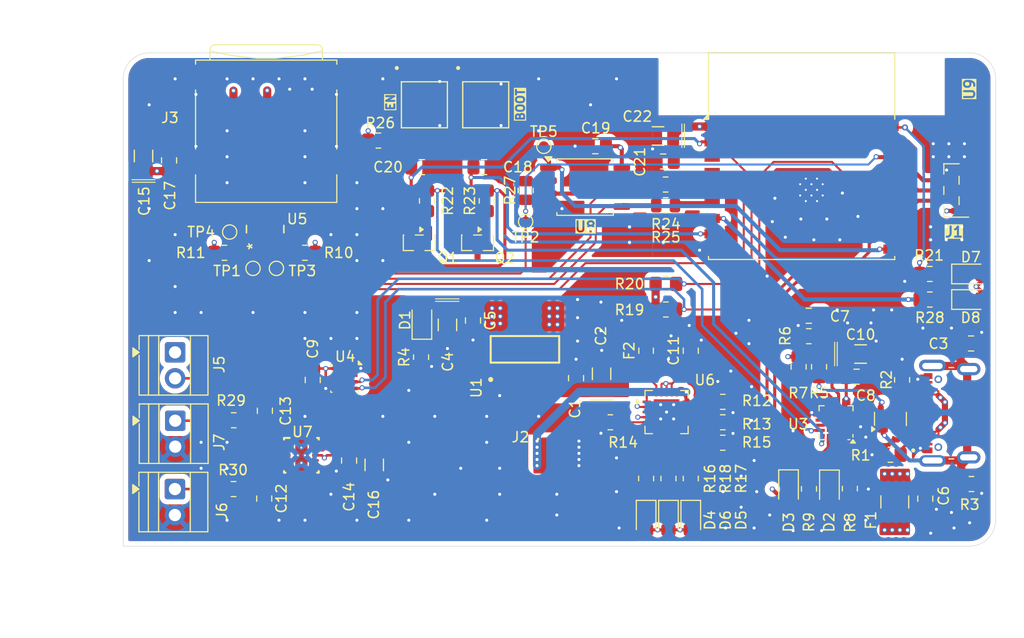
<source format=kicad_pcb>
(kicad_pcb (version 20241229) (generator "pcbnew") (generator_version "9.0")
  (layers (0 "F.Cu" signal) (4 "In1.Cu" signal) (6 "In2.Cu" signal) (2 "B.Cu" signal) (13 "F.Paste" user) (15 "B.Paste" user) (5 "F.SilkS" user "F.Silkscreen") (7 "B.SilkS" user "B.Silkscreen") (1 "F.Mask" user) (3 "B.Mask" user) (25 "Edge.Cuts" user))
  (net 0 "")
  (net 1 "+5V")
  (net 2 "GND")
  (net 3 "/SHIELD1")
  (net 4 "+3V3")
  (net 5 "VBUS")
  (net 6 "Net-(U3-VBUS)")
  (net 7 "/+5V_USB")
  (net 8 "Net-(U7-CIN2)")
  (net 9 "Net-(U7-CIN1)")
  (net 10 "/BOOT")
  (net 11 "/EN")
  (net 12 "Net-(D1-K)")
  (net 13 "Net-(D2-K)")
  (net 14 "Net-(D3-K)")
  (net 15 "Net-(D4-K)")
  (net 16 "Net-(D5-K)")
  (net 17 "Net-(D6-K)")
  (net 18 "Net-(D7-K)")
  (net 19 "Net-(D8-K)")
  (net 20 "Net-(F2-Pad1)")
  (net 21 "/GPIO2")
  (net 22 "/GPIO19")
  (net 23 "/GPIO18")
  (net 24 "/VBAT")
  (net 25 "Net-(J3-CLK)")
  (net 26 "Net-(J3-DAT3{slash}CD)")
  (net 27 "Net-(J3-CMD)")
  (net 28 "Net-(J3-DAT0)")
  (net 29 "/USB_DN")
  (net 31 "Net-(J4-CC2)")
  (net 32 "Net-(J4-CC1)")
  (net 34 "/USB_DP")
  (net 37 "Net-(Q1-B)")
  (net 38 "/RTS")
  (net 39 "Net-(Q2-B)")
  (net 40 "/DTS")
  (net 41 "Net-(U3-~{RST})")
  (net 42 "Net-(U3-~{TXT}{slash}GPIO.2)")
  (net 43 "Net-(U3-~{RXT}{slash}GPIO.3)")
  (net 44 "/MISO_DO")
  (net 45 "/CS_SD")
  (net 46 "Net-(U6-PROG1)")
  (net 47 "Net-(U6-PROG3)")
  (net 48 "Net-(U6-THERM)")
  (net 49 "Net-(U6-~{TE})")
  (net 50 "/CHARGING_POWER_GOOD")
  (net 51 "/CHARGED")
  (net 52 "/CHARGING")
  (net 53 "/I2C_SCL")
  (net 54 "/I2C_SDA")
  (net 55 "/USR_LED2")
  (net 56 "/SCLK")
  (net 57 "Net-(U9-IO6)")
  (net 58 "Net-(U9-IO7)")
  (net 59 "/MOSI_DI")
  (net 60 "Net-(U8-DO{slash}IO_{1})")
  (net 61 "/USR_LED1")
  (net 62 "/CS")
  (net 63 "/CAP_SHIELD")
  (net 64 "/RX-2-TX")
  (net 66 "/TX-2-RX")
  (net 84 "Net-(J6-Pin_1)")
  (net 85 "Net-(J7-Pin_1)")
  (footprint "Resistor_SMD:R_0805_2012Metric_Pad1.20x1.40mm_HandSolder" (layer "F.Cu") (at 100.076 98.298 90)
    (property "Reference" "R23")
    (property "Value" "10k")
  )
  (footprint "Package_DFN_QFN:QFN-20-1EP_4x4mm_P0.5mm_EP2.5x2.5mm" (layer "F.Cu") (at 117.672 118.96)
    (property "Reference" "U6")
    (property "Value" "MCP73871")
  )
  (footprint "Resistor_SMD:R_0805_2012Metric" (layer "F.Cu") (at 131.588 111.538 180)
    (property "Reference" "R6")
    (property "Value" "47K5")
  )
  (footprint "Capacitor_SMD:C_0805_2012Metric_Pad1.18x1.45mm_HandSolder" (layer "F.Cu") (at 131.588 109.538 180)
    (property "Reference" "C7")
    (property "Value" "1u")
  )
  (footprint "Capacitor_SMD:C_0805_2012Metric_Pad1.18x1.45mm_HandSolder" (layer "F.Cu") (at 69.003 94.338 90)
    (property "Reference" "C17")
    (property "Value" "0.1u")
  )
  (footprint "schwengle-electronics:CAPC3216X110N" (layer "F.Cu") (at 89.073998 124.126 -90)
    (property "Reference" "C16")
    (property "Value" "1uF")
  )
  (footprint "Resistor_SMD:R_0805_2012Metric_Pad1.20x1.40mm_HandSolder" (layer "F.Cu") (at 117.602 106.426)
    (property "Reference" "R20")
    (property "Value" "4k7")
  )
  (footprint "Resistor_SMD:R_0805_2012Metric" (layer "F.Cu") (at 117.57775 96.6995)
    (property "Reference" "R24")
    (property "Value" "50")
  )
  (footprint "schwengle-electronics:HIROSE_CX90B-16P1" (layer "F.Cu") (at 146.906 119.072 90)
    (property "Reference" "J4" (hide yes))
    (property "Value" "CX90B-16P1")
  )
  (footprint "LED_SMD:LED_0805_2012Metric_Pad1.15x1.40mm_HandSolder" (layer "F.Cu") (at 117.856 129.46 -90)
    (property "Reference" "D6")
    (property "Value" "LED")
  )
  (footprint "Capacitor_SMD:C_0805_2012Metric_Pad1.18x1.45mm_HandSolder" (layer "F.Cu") (at 98.736 110.003999 -90)
    (property "Reference" "C5")
    (property "Value" "0.1u")
  )
  (footprint "Capacitor_SMD:C_0805_2012Metric_Pad1.18x1.45mm_HandSolder" (layer "F.Cu") (at 78.375 118.831 90)
    (property "Reference" "C13")
    (property "Value" "100pF")
  )
  (footprint "TerminalBlock:TerminalBlock_Xinya_XY308-2.54-2P_1x02_P2.54mm_Horizontal" (layer "F.Cu") (at 69.590068 113.118 -90)
    (property "Reference" "J5")
    (property "Value" "Screw_Terminal_01x02" (hide yes))
  )
  (footprint "LED_SMD:LED_0805_2012Metric_Pad1.15x1.40mm_HandSolder" (layer "F.Cu") (at 93.736 109.973999 90)
    (property "Reference" "D1")
    (property "Value" "LED")
  )
  (footprint "TestPoint:TestPoint_Pad_D1.0mm" (layer "F.Cu") (at 77.216 104.902)
    (property "Reference" "TP1")
    (property "Value" "Test MISO")
  )
  (footprint "LED_SMD:LED_0805_2012Metric_Pad1.15x1.40mm_HandSolder" (layer "F.Cu") (at 147.4275 107.95)
    (property "Reference" "D8")
    (property "Value" "LED")
  )
  (footprint "Resistor_SMD:R_0805_2012Metric_Pad1.20x1.40mm_HandSolder" (layer "F.Cu") (at 120.04 125.46 -90)
    (property "Reference" "R17")
    (property "Value" "10k")
  )
  (footprint "LED_SMD:LED_0805_2012Metric_Pad1.15x1.40mm_HandSolder" (layer "F.Cu") (at 129.604 126.472 -90)
    (property "Reference" "D3")
    (property "Value" "LED")
  )
  (footprint "Resistor_SMD:R_0805_2012Metric" (layer "F.Cu") (at 117.57775 98.7315)
    (property "Reference" "R25")
    (property "Value" "50")
  )
  (footprint "schwengle-electronics:CAPC3216X110N" (layer "F.Cu") (at 116.84 91.948 180)
    (property "Reference" "C22")
    (property "Value" "10uF")
  )
  (footprint "schwengle-electronics:CAPC3216X110N" (layer "F.Cu") (at 96.236 110.431999 -90)
    (property "Reference" "C4")
    (property "Value" "10uF")
  )
  (footprint "Resistor_SMD:R_0805_2012Metric_Pad1.20x1.40mm_HandSolder" (layer "F.Cu") (at 112.172 119.96)
    (property "Reference" "R14")
    (property "Value" "10k")
  )
  (footprint "schwengle-electronics:SW_TL3305AF260QG" (layer "F.Cu") (at 93.98 88.9)
    (property "Reference" "EN")
    (property "Value" "~" (hide yes))
  )
  (footprint "Resistor_SMD:R_0805_2012Metric_Pad1.20x1.40mm_HandSolder" (layer "F.Cu") (at 94.234 98.298 90)
    (property "Reference" "R22")
    (property "Value" "10k")
  )
  (footprint "Resistor_SMD:R_0805_2012Metric" (layer "F.Cu") (at 93.656 113.586 90)
    (property "Reference" "R4")
    (property "Value" "330")
  )
  (footprint "Resistor_SMD:R_0805_2012Metric_Pad1.20x1.40mm_HandSolder" (layer "F.Cu") (at 132.588 114.538 90)
    (property "Reference" "R5")
    (property "Value" "22K1")
  )
  (footprint "Resistor_SMD:R_0805_2012Metric_Pad1.20x1.40mm_HandSolder" (layer "F.Cu") (at 139.573 123.134 180)
    (property "Reference" "R1")
    (property "Value" "5k1")
  )
  (footprint "Resistor_SMD:R_0805_2012Metric_Pad1.20x1.40mm_HandSolder" (layer "F.Cu") (at 123.172 117.96 180)
    (property "Reference" "R12")
    (property "Value" "10k")
  )
  (footprint "TerminalBlock:TerminalBlock_Xinya_XY308-2.54-2P_1x02_P2.54mm_Horizontal" (layer "F.Cu") (at 69.575818 126.492 -90)
    (property "Reference" "J6")
    (property "Value" "Screw_Terminal_01x02" (hide yes))
  )
  (footprint "Resistor_SMD:R_0805_2012Metric_Pad1.20x1.40mm_HandSolder" (layer "F.Cu") (at 140.716 115.808 90)
    (property "Reference" "R2")
    (property "Value" "5k1")
  )
  (footprint "Capacitor_SMD:C_0805_2012Metric_Pad1.18x1.45mm_HandSolder" (layer "F.Cu") (at 83.058 115.824 -90)
    (property "Reference" "C9")
    (property "Value" "0.1u")
  )
  (footprint "LED_SMD:LED_0805_2012Metric_Pad1.15x1.40mm_HandSolder" (layer "F.Cu") (at 115.672 129.46 -90)
    (property "Reference" "D4")
    (property "Value" "LED")
  )
  (footprint "Resistor_SMD:R_0805_2012Metric_Pad1.20x1.40mm_HandSolder" (layer "F.Cu") (at 123.172 119.96 180)
    (property "Reference" "R13")
    (property "Value" "10k")
  )
  (footprint "Package_LGA:Bosch_LGA-8_2.5x2.5mm_P0.65mm_ClockwisePinNumbering" (layer "F.Cu") (at 86.165 115.6735 -90)
    (property "Reference" "U4")
    (property "Value" "BME280_ADJ")
  )
  (footprint "Connector_Card:microSD_HC_Wuerth_693072010801" (layer "F.Cu") (at 78.503 90.338)
    (property "Reference" "J3")
    (property "Value" "Micro_SD_Card")
  )
  (footprint "TestPoint:TestPoint_Pad_D1.0mm" (layer "F.Cu") (at 74.93 101.346)
    (property "Reference" "TP4")
    (property "Value" "TEST CS_SD")
  )
  (footprint "Resistor_SMD:R_0805_2012Metric_Pad1.20x1.40mm_HandSolder" (layer "F.Cu") (at 115.672 125.46 -90)
    (property "Reference" "R16")
    (property "Value" "10k")
  )
  (footprint "TestPoint:TestPoint_Pad_D1.0mm" (layer "F.Cu") (at 105.664 92.964)
    (property "Reference" "TP5")
    (property "Value" "TEST CS")
  )
  (footprint "Resistor_SMD:R_0805_2012Metric" (layer "F.Cu") (at 103.886 97.282 90)
    (property "Reference" "R27")
    (property "Value" "50")
  )
  (footprint "Resistor_SMD:R_0805_2012Metric_Pad1.20x1.40mm_HandSolder" (layer "F.Cu") (at 89.48 92.4 180)
    (property "Reference" "R26")
    (property "Value" "10k")
  )
  (footprint "Resistor_SMD:R_0805_2012Metric_Pad1.20x1.40mm_HandSolder" (layer "F.Cu") (at 147.5 126)
    (property "Reference" "R3")
    (property "Value" "1M")
  )
  (footprint "Package_SO:SOIC-8_5.3x5.3mm_P1.27mm" (layer "F.Cu") (at 109.70375 96.9535)
    (property "Reference" "U8")
    (property "Value" "W25Q32JVSS")
  )
  (footprint "Capacitor_SMD:C_0805_2012Metric_Pad1.18x1.45mm_HandSolder" (layer "F.Cu") (at 108.816 115.644001 90)
    (property "Reference" "C1")
    (property "Value" "0.1u")
  )
  (footprint "Package_TO_SOT_SMD:SOT-23" (layer "F.Cu") (at 93.48 102.4 -90)
    (property "Reference" "Q1")
    (property "Value" "BC817")
  )
  (footprint "Resistor_SMD:R_0805_2012Metric_Pad1.20x1.40mm_HandSolder" (layer "F.Cu") (at 82.296 103.378)
    (property "Reference" "R10")
    (property "Value" "10k")
  )
  (footprint "FDC1004:DSC0010B" (layer "F.Cu") (at 81.946001 123.19)
    (property "Reference" "U7")
    (property "Value" "FDC1004DSCJ")
  )
  (footprint "schwengle-electronics:DCY0004A_M" (layer "F.Cu") (at 103.816 112.824 90)
    (property "Reference" "U1")
    (property "Value" "LM1117MPX-3.3/NOPB" (hide yes))
  )
  (footprint "Connector_PinHeader_1.00mm:PinHeader_1x05_P1.00mm_Vertical_SMD_Pin1Left" (layer "F.Cu") (at 145.542 97.282 180)
    (property "Reference" "J1")
    (property "Value" "Conn_01x05_Pin")
  )
  (footprint "Resistor_SMD:R_0805_2012Metric_Pad1.20x1.40mm_HandSolder" (layer "F.Cu") (at 123.172 121.96 180)
    (property "Reference" "R15")
    (property "Value" "10k")
  )
  (footprint "Resistor_SMD:R_0805_2012Metric_Pad1.20x1.40mm_HandSolder" (layer "F.Cu") (at 117.602 108.926)
    (property "Reference" "R19")
    (property "Value" "4k7")
  )
  (footprint "TestPoint:TestPoint_Pad_D1.0mm" (layer "F.Cu") (at 103.886 100.33)
    (property "Reference" "TP2")
    (property "Value" "Test MISO")
  )
  (footprint "Capacitor_SMD:C_0805_2012Metric_Pad1.18x1.45mm_HandSolder" (layer "F.Cu") (at 120.04 112.96 90)
    (property "Reference" "C11")
    (property "Value" "0.1u")
  )
  (footprint "schwengle-electronics:CAPC3216X110N" (layer "F.Cu") (at 66.503 93.91 90)
    (property "Reference" "C15")
    (property "Value" "10uF")
  )
  (footprint "IP4252CZ16_8_TTL_1:QFN16_SOT1168-1_NEX" (layer "F.Cu") (at 78.403001 101.0619 90)
    (property "Reference" "U5")
    (property "Value" "IP4252CZ16-8-TTL_1")
  )
  (footprint "Fuse:Fuse_0805_2012Metric_Pad1.15x1.40mm_HandSolder" (layer "F.Cu") (at 115.672 112.96 90)
    (property "Reference" "F2")
    (property "Value" "Fuse")
  )
  (footprint "RF_Module:ESP32-C3-WROOM-02" (layer "F.Cu") (at 130.88425 97.0225)
    (property "Reference" "U9")
    (property "Value" "ESP32-C3-WROOM-02")
  )
  (footprint "schwengle-electronics:SW_TL3305AF260QG" (layer "F.Cu") (at 99.98 88.9)
    (property "Reference" "BOOT")
    (property "Value" "~" (hide yes))
  )
  (footprint "schwengle-electronics:CAPC3216X110N" (layer "F.Cu") (at 111.316 115.216001 90)
    (property "Reference" "C2")
    (property "Value" "10uF")
  )
  (footprint "Resistor_SMD:R_0805_2012Metric_Pad1.20x1.40mm_HandSolder" (layer "F.Cu") (at 117.856 125.46 -90)
    (property "Reference" "R18")
    (property "Value" "10k")
  )
  (footprint "Capacitor_SMD:C_0805_2012Metric_Pad1.18x1.45mm_HandSolder" (layer "F.Cu") (at 110.70375 92.9535 180)
    (property "Reference" "C19")
    (property "Value" "0.1u")
  )
  (footprint "LED_SMD:LED_0805_2012Metric_Pad1.15x1.40mm_HandSolder" (layer "F.Cu") (at 133.604 126.492 -90)
    (property "Reference" "D2")
    (property "Value" "LED")
  )
  (footprint "schwengle-electronics:CAPC3216X110N" (layer "F.Cu") (at 136.652 113.284)
    (property "Reference" "C10")
    (property "Value" "4.7uF")
  )
  (footprint "Package_TO_SOT_SMD:SOT-143" (layer "F.Cu") (at 139.573 119.634 90)
    (property "Reference" "U2" (hide yes))
    (property "Value" "~")
  )
  (footprint "TestPoint:TestPoint_Pad_D1.0mm" (layer "F.Cu") (at 79.502 104.902)
    (property "Reference" "TP3")
    (property "Value" "Test CLK")
  )
  (footprint "Fuse:Fuse_1210_3225Metric_Pad1.42x2.65mm_HandSolder" (layer "F.Cu") (at 140 127.75 -90)
    (property "Reference" "F1")
    (property "Value" "Fuse")
  )
  (footprint "Capacitor_SMD:C_0805_2012Metric_Pad1.18x1.45mm_HandSolder" (layer "F.Cu") (at 99.822 94.996)
    (property "Reference" "C18")
    (property "Value" "0.1u")
  )
  (footprint "Resistor_SMD:R_0805_2012Metric_Pad1.20x1.40mm_HandSolder" (layer "F.Cu") (at 143.4275 105.45)
    (property "Reference" "R21")
    (property "Value" "10k")
  )
  (footprint "Resistor_SMD:R_0805_2012Metric_Pad1.20x1.40mm_HandSolder" (layer "F.Cu") (at 75.311 126.492 180)
    (property "Reference" "R30")
    (property "Value" "1k")
  )
  (footprint "Resistor_SMD:R_0805_2012Metric_Pad1.20x1.40mm_HandSolder" (layer "F.Cu") (at 75.327 119.761 180)
    (property "Reference" "R29")
    (property "Value" "1k")
  )
  (footprint "LED_SMD:LED_0805_2012Metric_Pad1.15x1.40mm_HandSolder" (layer "F.Cu") (at 120.04 129.46 -90)
    (property "Reference" "D5")
    (property "Value" "LED")
  )
  (footprint "Capacitor_SMD:C_0805_2012Metric_Pad1.18x1.45mm_HandSolder" (layer "F.Cu") (at 86.614 123.698 -90)
    (property "Reference" "C14")
    (property "Value" "0.1u")
  )
  (footprint "TerminalBlock:TerminalBlock_Xinya_XY308-2.54-2P_1x02_P2.54mm_Horizontal" (layer "F.Cu") (at 69.604318 119.805 -90)
    (property "Reference" "J7")
    (property "Value" "Screw_Terminal_01x02" (hide yes))
  )
  (footprint "Resistor_SMD:R_0805_2012Metric_Pad1.20x1.40mm_HandSolder" (layer "F.Cu") (at 135.604 126.447 -90)
    (property "Reference" "R8")
    (property "Value" "330")
  )
  (footprint "Package_DFN_QFN:SiliconLabs_QFN-20-1EP_3x3mm_P0.5mm_EP1.8x1.8mm" (layer "F.Cu") (at 134.25 120 180)
    (property "Reference" "U3")
    (property "Value" "CP2102N-Axx-xQFN20")
  )
  (footprint "Capacitor_SMD:C_0805_2012Metric_Pad1.18x1.45mm_HandSolder" (layer "F.Cu") (at 147.4625 112.25)
    (property "Reference" "C3")
    (property "Value" "4n7")
  )
  (footprint "Capacitor_SMD:C_0805_2012Metric_Pad1.18x1.45mm_HandSolder" (layer "F.Cu") (at 142.984 127.433 90)
    (property "Reference" "C6")
    (property "Value" "0.1u")
  )
  (footprint "Resistor_SMD:R_0805_2012Metric_Pad1.20x1.40mm_HandSolder" (layer "F.Cu") (at 74.422 103.378 180)
    (property "Reference" "R11")
    (property "Value" "10k")
  )
  (footprint "Capacitor_SMD:C_0805_2012Metric_Pad1.18x1.45mm_HandSolder" (layer "F.Cu") (at 136.262 115.5)
    (property "Reference" "C8")
    (property "Value" "0.1u")
  )
  (footprint "Resistor_SMD:R_0805_2012Metric_Pad1.20x1.40mm_HandSolder" (layer "F.Cu") (at 130.588 114.538 -90)
    (property "Reference" "R7")
    (property "Value" "1K")
  )
  (footprint "Capacitor_SMD:C_0805_2012Metric_Pad1.18x1.45mm_HandSolder" (layer "F.Cu") (at 78.311 127.422 -90)
    (property "Reference" "C12")
    (property "Value" "100pF")
  )
  (footprint "Resistor_SMD:R_0805_2012Metric_Pad1.20x1.40mm_HandSolder" (layer "F.Cu") (at 143.4275 107.95)
    (property "Reference" "R28")
    (property "Value" "10k")
  )
  (footprint "LED_SMD:LED_0805_2012Metric_Pad1.15x1.40mm_HandSolder" (layer "F.Cu") (at 147.4275 105.45)
    (property "Reference" "D7")
    (property "Value" "LED")
  )
  (footprint "Package_TO_SOT_SMD:SOT-23" (layer "F.Cu") (at 99.18 102.4 -90)
    (property "Reference" "Q2")
    (property "Value" "BC817")
  )
  (footprint "Capacitor_SMD:C_0805_2012Metric_Pad1.18x1.45mm_HandSolder" (layer "F.Cu") (at 117.34 94.448 180)
    (property "Reference" "C21")
    (property "Value" "0.1u")
  )
  (footprint "schwengle-electronics:JST_S2B-PH-SM4-TB" (layer "F.Cu") (at 107.004 123.197 180)
    (property "Reference" "J2")
    (property "Value" "Conn_01x02_Socket")
  )
  (footprint "Capacitor_SMD:C_0805_2012Metric_Pad1.18x1.45mm_HandSolder" (layer "F.Cu") (at 93.726 94.996)
    (property "Reference" "C20")
    (property "Value" "0.1u")
  )
  (footprint "Resistor_SMD:R_0805_2012Metric_Pad1.20x1.40mm_HandSolder" (layer "F.Cu") (at 131.604 126.472 -90)
    (property "Reference" "R9")
    (property "Value" "330")
  )
  (gr_line (start 134.366 114.43) (end 134.366 112.13) (stroke (width 0.1)) (layer "F.SilkS"))
  (gr_line (start 110.166 117.53) (end 112.466 117.53) (stroke (width 0.1)) (layer "F.SilkS"))
  (gr_line (start 65.391 96.48) (end 67.641 96.48) (stroke (width 0.1)) (layer "F.SilkS"))
  (gr_line (start 95.066 107.88) (end 97.366 107.88) (stroke (width 0.1)) (layer "F.SilkS"))
  (gr_line (start 65.366 96.23) (end 67.616 96.23) (stroke (width 0.1)) (layer "F.SilkS"))
  (gr_line (start 119.166 93.08) (end 119.166 90.78) (stroke (width 0.1)) (layer "F.SilkS"))
  (gr_line (start 119.416 93.08) (end 119.416 90.78) (stroke (width 0.1)) (layer "F.SilkS"))
  (gr_line (start 110.166 117.78) (end 112.466 117.78) (stroke (width 0.1)) (layer "F.SilkS"))
  (gr_line (start 134.116 112.13) (end 134.116 114.43) (stroke (width 0.1)) (layer "F.SilkS"))
  (gr_line (start 95.066 108.13) (end 97.366 108.13) (stroke (width 0.1)) (layer "F.SilkS"))
  (gr_arc (start 64.516 86.36) (mid 65.259949 84.563949) (end 67.056 83.82) (stroke (width 0.05)) (layer "Edge.Cuts"))
  (gr_arc (start 147.32 83.82) (mid 149.116051 84.563949) (end 149.86 86.36) (stroke (width 0.05)) (layer "Edge.Cuts"))
  (gr_line (start 64.516 132.08) (end 147.32 132.08) (stroke (width 0.05)) (layer "Edge.Cuts"))
  (gr_line (start 147.32 83.82) (end 67.056 83.82) (stroke (width 0.05)) (layer "Edge.Cuts"))
  (gr_line (start 64.516 86.36) (end 64.516 132.08) (stroke (width 0.05)) (layer "Edge.Cuts"))
  (gr_arc (start 149.86 129.54) (mid 149.116051 131.336051) (end 147.32 132.08) (stroke (width 0.05)) (layer "Edge.Cuts"))
  (gr_line (start 149.86 129.54) (end 149.86 86.36) (stroke (width 0.05)) (layer "Edge.Cuts"))
  (segment (start 107.918499 116.681501) (end 108.816 116.681501) (width 0.8) (layer "F.Cu") (net 1))
  (segment (start 111.3065 116.681501) (end 111.316 116.691001) (width 0.8) (layer "F.Cu") (net 1))
  (segment (start 106.917 116.8) (end 107.8 116.8) (width 0.8) (layer "F.Cu") (net 1))
  (segment (start 107.8 116.8) (end 107.918499 116.681501) (width 0.8) (layer "F.Cu") (net 1))
  (segment (start 106.116 115.999) (end 106.917 116.8) (width 0.8) (layer "F.Cu") (net 1))
  (segment (start 108.816 116.681501) (end 111.3065 116.681501) (width 0.8) (layer "F.Cu") (net 1))
  (segment (start 83.321002 123.689999) (end 82.446003 123.689999) (width 0.254) (layer "F.Cu") (net 2))
  (segment (start 135.8 120.25) (end 136.506 120.25) (width 0.2) (layer "F.Cu") (net 2))
  (segment (start 121.0055 103.0225) (end 120.904 103.124) (width 0.5) (layer "F.Cu") (net 2))
  (segment (start 115.7345 118.96) (end 116.84 118.96) (width 0.3) (layer "F.Cu") (net 2))
  (segment (start 101.48 90.932) (end 101.48 86.868) (width 0.8) (layer "F.Cu") (net 2))
  (segment (start 111.172 120.951) (end 111.172 119.96) (width 0.3) (layer "F.Cu") (net 2))
  (segment (start 90.400412 125.601) (end 90.401116 125.600296) (width 0.254) (layer "F.Cu") (net 2))
  (segment (start 122.13425 103.0225) (end 121.0055 103.0225) (width 0.5) (layer "F.Cu") (net 2))
  (segment (start 85.14 116.6485) (end 84.328 116.6485) (width 0.254) (layer "F.Cu") (net 2))
  (segment (start 85.644 115.3485) (end 86.294 114.6985) (width 0.254) (layer "F.Cu") (net 2))
  (segment (start 95.48 92.5) (end 95.48 90.932) (width 0.8) (layer "F.Cu") (net 2))
  (segment (start 71.628 92.964) (end 71.628 87.884) (width 0.8) (layer "F.Cu") (net 2))
  (segment (start 142.984 128.4705) (end 144.0715 128.4705) (width 0.8) (layer "F.Cu") (net 2))
  (segment (start 66.503 92.435) (end 68.1375 92.435) (width 0.8) (layer "F.Cu") (net 2))
  (segment (start 101.516 115.999) (end 101.516 117.178) (width 0.8) (layer "F.Cu") (net 2))
  (segment (start 118.672 120.8975) (end 118.672 119.96) (width 0.3) (layer "F.Cu") (net 2))
  (segment (start 87.7395 114.6985) (end 87.19 114.6985) (width 0.254) (layer "F.Cu") (net 2))
  (segment (start 130.5505 109.538) (end 130.5505 110.49) (width 0.3) (layer "F.Cu") (net 2))
  (segment (start 142.826 122.826) (end 142.5 122.5) (width 0.3) (layer "F.Cu") (net 2))
  (segment (start 138.127 114.095) (end 138.127 113.284) (width 0.4) (layer "F.Cu") (net 2))
  (segment (start 143.256 116.047) (end 143.256 115.437) (width 0.3) (layer "F.Cu") (net 2))
  (segment (start 101.48 86.868) (end 101.48 85.3) (width 0.8) (layer "F.Cu") (net 2))
  (segment (start 108.816 114.606501) (end 108.816 113.792) (width 0.8) (layer "F.Cu") (net 2))
  (segment (start 83.271 116.6485) (end 83.058 116.8615) (width 0.254) (layer "F.Cu") (net 2))
  (segment (start 98.736 111.041499) (end 98.736 111.912635) (width 0.8) (layer "F.Cu") (net 2))
  (segment (start 70.4405 93.3005) (end 71.628 94.488) (width 0.8) (layer "F.Cu") (net 2))
  (segment (start 85.378 92.964) (end 85.378 87.884) (width 0.8) (layer "F.Cu") (net 2))
  (segment (start 109.66625 92.9535) (end 108.7225 92.9535) (width 0.4) (layer "F.Cu") (net 2))
  (segment (start 71.628 94.488) (end 71.628 92.964) (width 0.8) (layer "F.Cu") (net 2))
  (segment (start 135.8 120.25) (end 134.5 120.25) (width 0.2) (layer "F.Cu") (net 2))
  (segment (start 85.14 115.3485) (end 85.644 115.3485) (width 0.254) (layer "F.Cu") (net 2))
  (segment (start 124.172 120.904) (end 124.172 118.872) (width 0.4) (layer "F.Cu") (net 2))
  (segment (start 138.127 112.063) (end 138.176 112.014) (width 0.3) (layer "F.Cu") (net 2))
  (segment (start 82.446003 123.689999) (end 82.296 123.539996) (width 0.254) (layer "F.Cu") (net 2))
  (segment (start 106.11625 98.8585) (end 107.2405 98.8585) (width 0.4) (layer "F.Cu") (net 2))
  (segment (start 132.115176 119.25) (end 131.872516 119.00734) (width 0.3) (layer "F.Cu") (net 2))
  (segment (start 101.516 117.178) (end 101.346 117.348) (width 0.8) (layer "F.Cu") (net 2))
  (segment (start 86.614 124.7355) (end 85.3655 124.7355) (width 0.254) (layer "F.Cu") (net 2))
  (segment (start 130.5505 111.413) (end 130.6755 111.538) (width 0.3) (layer "F.Cu") (net 2))
  (segment (start 142.563 115.437) (end 142.25 115.75) (width 0.3) (layer "F.Cu") (net 2))
  (segment (start 146.417 95.282) (end 145.066 95.282) (width 0.4) (layer "F.Cu") (net 2))
  (segment (start 101.48 92.5) (end 101.48 90.932) (width 0.8) (layer "F.Cu") (net 2))
  (segment (start 136.506 120.25) (end 136.652 120.396) (width 0.2) (layer "F.Cu") (net 2))
  (segment (start 143.256 115.437) (end 142.563 115.437) (width 0.3) (layer "F.Cu") (net 2))
  (segment (start 100.8595 93.1205) (end 101.48 92.5) (width 0.8) (layer "F.Cu") (net 2))
  (segment (start 138.127 113.284) (end 138.127 112.063) (width 0.3) (layer "F.Cu") (net 2))
  (segment (start 118.228 119.516) (end 117.672 118.96) (width 0.3) (layer "F.Cu") (net 2))
  (segment (start 89.073998 125.601) (end 90.400412 125.601) (width 0.254) (layer "F.Cu") (net 2))
  (segment (start 116.3025 93.218) (end 116.3025 92.8855) (width 0.8) (layer "F.Cu") (net 2))
  (segment (start 130.5505 110.49) (end 130.5505 111.413) (width 0.3) (layer "F.Cu") (net 2))
  (segment (start 82.296 123.539996) (end 82.296 123.19) (width 0.254) (layer "F.Cu") (net 2))
  (segment (start 84.328 116.6485) (end 83.271 116.6485) (width 0.254) (layer "F.Cu") (net 2))
  (segment (start 119.6095 119.96) (end 118.672 119.96) (width 0.3) (layer "F.Cu") (net 2))
  (segment (start 143.137 122.826) (end 142.826 122.826) (width 0.3) (layer "F.Cu") (net 2))
  (segment (start 148.5 126) (end 148.5 126.91) (width 0.8) (layer "F.Cu") (net 2))
  (segment (start 87.757 114.681) (end 87.7395 114.6985) (width 0.254) (layer "F.Cu") (net 2))
  (segment (start 133.5 119.25) (end 134.25 120) (width 0.3) (layer "F.Cu") (net 2))
  (segment (start 85.378 87.884) (end 85.378 86.188) (width 0.8) (layer "F.Cu") (net 2))
  (segment (start 143.256 122.097) (end 143.256 122.707) (width 0.3) (layer "F.Cu") (net 2))
  (segment (start 95.48 90.932) (end 95.48 86.614) (width 0.8) (layer "F.Cu") (net 2))
  (segment (start 94.7635 94.996) (end 94.7635 93.2165) (width 0.8) (layer "F.Cu") (net 2))
  (segment (start 111.316 113.741001) (end 111.316 112.935286) (width 0.8) (layer "F.Cu") (net 2))
  (segment (start 83.003 88.788) (end 83.003 87.376) (width 0.8) (layer "F.Cu") (net 2))
  (segment (start 80.803 88.788) (end 80.803 87.376) (width 0.8) (layer "F.Cu") (net 2))
  (segment (start 94.7635 93.2165) (end 95.48 92.5) (width 0.8) (layer "F.Cu") (net 2))
  (segment (start 69.003 93.3005) (end 70.4405 93.3005) (width 0.8) (layer "F.Cu") (net 2))
  (segment (start 124.172 118.872) (end 124.172 117.96) (width 0.4) (layer "F.Cu") (net 2))
  (segment (start 71.628 87.884) (end 71.628 86.188) (width 0.8) (layer "F.Cu") (net 2))
  (segment (start 82.296 123.19) (end 81.946004 123.19) (width 0.254) (layer "F.Cu") (net 2))
  (segment (start 111.252 121.031) (end 111.172 120.951) (width 0.3) (layer "F.Cu") (net 2))
  (segment (start 140.716 114.808) (end 140.716 113.792) (width 0.3) (layer "F.Cu") (net 2))
  (segment (start 138.573 123.134) (end 137.772815 123.134) (width 0.3) (layer "F.Cu") (net 2))
  (segment (start 107.2405 98.8585) (end 107.442 99.06) (width 0.4) (layer "F.Cu") (net 2))
  (segment (start 86.294 114.6985) (end 87.19 114.6985) (width 0.254) (layer "F.Cu") (net 2))
  (segment (start 116.3025 92.8855) (end 115.365 91.948) (width 0.8) (layer "F.Cu") (net 2))
  (segment (start 137.2995 114.9225) (end 138.127 114.095) (width 0.4) (layer "F.Cu") (net 2))
  (segment (start 143.256 122.707) (end 143.137 122.826) (width 0.3) (layer "F.Cu") (net 2))
  (segment (start 116.84 118.96) (end 117.672 118.96) (width 0.3) (layer "F.Cu") (net 2))
  (segment (start 116.3025 94.448) (end 116.3025 93.218) (width 0.8) (layer "F.Cu") (net 2))
  (segment (start 118.672 119.96) (end 118.228 119.516) (width 0.3) (layer "F.Cu") (net 2))
  (segment (start 100.8595 94.996) (end 100.8595 93.1205) (width 0.8) (layer "F.Cu") (net 2))
  (segment (start 68.1375 92.435) (end 69.003 93.3005) (width 0.8) (layer "F.Cu") (net 2))
  (segment (start 148.5 112.25) (end 148.5 111.162) (width 0.8) (layer "F.Cu") (net 2))
  (segment (start 134.5 120.25) (end 134.25 120) (width 0.2) (layer "F.Cu") (net 2))
  (segment (start 124.172 121.96) (end 124.172 120.904) (width 0.4) (layer "F.Cu") (net 2))
  (segment (start 132.7 119.25) (end 133.5 119.25) (width 0.3) (layer "F.Cu") (net 2))
  (segment (start 95.48 86.614) (end 95.48 85.3) (width 0.8) (layer "F.Cu") (net 2))
  (segment (start 137.2995 115.5) (end 137.2995 114.9225) (width 0.4) (layer "F.Cu") (net 2))
  (segment (start 132.7 119.25) (end 132.115176 119.25) (width 0.3) (layer "F.Cu") (net 2))
  (segment (start 96.236 111.906999) (end 96.236 112.746) (width 0.8) (layer "F.Cu") (net 2))
  (segment (start 85.378 94.488) (end 85.378 92.964) (width 0.8) (layer "F.Cu") (net 2))
  (segment (start 137.772815 123.134) (end 137.772663 123.133848) (width 0.3) (layer "F.Cu") (net 2))
  (segment (start 93.656 114.4985) (end 94.6865 114.4985) (width 0.8) (layer "F.Cu") (net 2))
  (segment (start 120.04 111.9225) (end 121.0665 111.9225) (width 0.4) (layer "F.Cu") (net 2))
  (via (at 92.456 129.54) (size 0.5) (drill 0.3) (layers "F.Cu" "B.Cu") (net 2))
  (via (at 117.094 119.634) (size 0.5) (drill 0.3) (layers "F.Cu" "B.Cu") (net 2))
  (via (at 140.716 113.792) (size 0.5) (drill 0.3) (layers "F.Cu" "B.Cu") (net 2))
  (via (at 74.676 91.44) (size 0.5) (drill 0.3) (layers "F.Cu" "B.Cu") (net 2))
  (via (at 118.364 119.634) (size 0.5) (drill 0.3) (layers "F.Cu" "B.Cu") (net 2))
  (via (at 85.378 87.884) (size 0.5) (drill 0.3) (layers "F.Cu" "B.Cu") (net 2))
  (via (at 145.034 100.838) (size 0.5) (drill 0.3) (layers "F.Cu" "B.Cu") (net 2))
  (via (at 109.1 121.8) (size 0.5) (drill 0.3) (layers "F.Cu" "B.Cu") (net 2))
  (via (at 113.03 130.302) (size 0.5) (drill 0.3) (layers "F.Cu" "B.Cu") (net 2))
  (via (at 67.056 99.06) (size 0.5) (drill 0.3) (layers "F.Cu" "B.Cu") (net 2))
  (via (at 143.51 102.108) (size 0.5) (drill 0.3) (layers "F.Cu" "B.Cu") (net 2))
  (via (at 100.076 119.38) (size 0.5) (drill 0.3) (layers "F.Cu" "B.Cu") (net 2))
  (via (at 125.73 112.268) (size 0.5) (drill 0.3) (layers "F.Cu" "B.Cu") (net 2))
  (via (at 72.136 121.92) (size 0.5) (drill 0.3) (layers "F.Cu" "B.Cu") (net 2))
  (via (at 134.62 102.108) (size 0.5) (drill 0.3) (layers "F.Cu" "B.Cu") (net 2))
  (via (at 96.236 112.746) (size 0.5) (drill 0.3) (layers "F.Cu" "B.Cu") (net 2))
  (via (at 100.076 121.92) (size 0.5) (drill 0.3) (layers "F.Cu" "B.Cu") (net 2))
  (via (at 94.6865 114.4985) (size 0.5) (drill 0.3) (layers "F.Cu" "B.Cu") (net 2))
  (via (at 83.003 87.376) (size 0.5) (drill 0.3) (layers "F.Cu" "B.Cu") (net 2))
  (via (at 136.398 99.822) (size 0.5) (drill 0.3) (layers "F.Cu" "B.Cu") (net 2))
  (via (at 129.286 101.854) (size 0.5) (drill 0.3) (layers "F.Cu" "B.Cu") (net 2))
  (via (at 124.46 111.252) (size 0.5) (drill 0.3) (layers "F.Cu" "B.Cu") (net 2))
  (via (at 82.296 111.76) (size 0.5) (drill 0.3) (layers "F.Cu" "B.Cu") (net 2))
  (via (at 132.08 102.108) (size 0.5) (drill 0.3) (layers "F.Cu" "B.Cu") (net 2))
  (via (at 135.382 129.794) (size 0.5) (drill 0.3) (layers "F.Cu" "B.Cu") (net 2))
  (via (at 101.48 86.868) (size 0.5) (drill 0.3) (layers "F.Cu" "B.Cu") (net 2))
  (via (at 101.346 124.46) (size 0.5) (drill 0.3) (layers "F.Cu" "B.Cu") (net 2))
  (via (at 87.376 99.06) (size 0.5) (drill 0.3) (layers "F.Cu" "B.Cu") (net 2))
  (via (at 101.346 127) (size 0.5) (drill 0.3) (layers "F.Cu" "B.Cu") (net 2))
  (via (at 145.796 130.302) (size 0.5) (drill 0.3) (layers "F.Cu" "B.Cu") (net 2))
  (via (at 126.238 130.302) (size 0.5) (drill 0.3) (layers "F.Cu" "B.Cu") (net 2))
  (via (at 92.456 116.84) (size 0.5) (drill 0.3) (layers "F.Cu" "B.Cu") (net 2))
  (via (at 125.73 109.982) (size 0.5) (drill 0.3) (layers "F.Cu" "B.Cu") (net 2))
  (via (at 112.776 126.746) (size 0.5) (drill 0.3) (layers "F.Cu" "B.Cu") (net 2))
  (via (at 126.492 126.746) (size 0.5) (drill 0.3) (layers "F.Cu" "B.Cu") (net 2))
  (via (at 87.757 114.681) (size 0.5) (drill 0.3) (layers "F.Cu" "B.Cu") (net 2))
  (via (at 109.1 123.6) (size 0.5) (drill 0.3) (layers "F.Cu" "B.Cu") (net 2))
  (via (at 146.558 102.108) (size 0.5) (drill 0.3) (layers "F.Cu" "B.Cu") (net 2))
  (via (at 111.32714 112.924146) (size 0.5) (drill 0.3) (layers "F.Cu" "B.Cu") (net 2))
  (via (at 121.0665 111.9225) (size 0.5) (drill 0.3) (layers "F.Cu" "B.Cu") (net 2))
  (via (at 118.11 111.506) (size 0.5) (drill 0.3) (layers "F.Cu" "B.Cu") (net 2))
  (via (at 114.046 102.362) (size 0.5) (drill 0.3) (layers "F.Cu" "B.Cu") (net 2))
  (via (at 82.296 91.44) (size 0.5) (drill 0.3) (layers "F.Cu" "B.Cu") (net 2))
  (via (at 108.966 109.728) (size 0.5) (drill 0.3) (layers "F.Cu" "B.Cu") (net 2))
  (via (at 142.5 122.5) (size 0.5) (drill 0.3) (layers "F.Cu" "B.Cu") (net 2))
  (via (at 79.756 86.36) (size 0.5) (drill 0.3) (layers "F.Cu" "B.Cu") (net 2))
  (via (at 117.856 113.792) (size 0.5) (drill 0.3) (layers "F.Cu" "B.Cu") (net 2))
  (via (at 142.25 115.75) (size 0.5) (drill 0.3) (layers "F.Cu" "B.Cu") (net 2))
  (via (at 132.842 130.556) (size 0.5) (drill 0.3) (layers "F.Cu" "B.Cu") (net 2))
  (via (at 137.16 121.412) (size 0.5) (drill 0.3) (layers "F.Cu" "B.Cu") (net 2))
  (via (at 125.984 119.777) (size 0.5) (drill 0.3) (layers "F.Cu" "B.Cu") (net 2))
  (via (at 148.5 126.91) (size 0.5) (drill 0.3) (layers "F.Cu" "B.Cu") (net 2))
  (via (at 84.328 116.6485) (size 0.5) (drill 0.3) (layers "F.Cu" "B.Cu") (net 2))
  (via (at 77.216 86.36) (size 0.5) (drill 0.3) (layers "F.Cu" "B.Cu") (net 2))
  (via (at 123.952 114.951) (size 0.5) (drill 0.3) (layers "F.Cu" "B.Cu") (net 2))
  (via (at 140.97 106.172) (size 0.5) (drill 0.3) (layers "F.Cu" "B.Cu") (net 2))
  (via (at 126.238 123.698) (size 0.5) (drill 0.3) (layers "F.Cu" "B.Cu") (net 2))
  (via (at 131.872516 119.00734) (size 0.5) (drill 0.3) (layers "F.Cu" "B.Cu") (net 2))
  (via (at 87.376 101.6) (size 0.5) (drill 0.3) (layers "F.Cu" "B.Cu") (net 2))
  (via (at 67.056 104.14) (size 0.5) (drill 0.3) (layers "F.Cu" "B.Cu") (net 2))
  (via (at 137.922 108.966) (size 0.5) (drill 0.3) (layers "F.Cu" "B.Cu") (net 2))
  (via (at 89.916 104.14) (size 0.5) (drill 0.3) (layers "F.Cu" "B.Cu") (net 2))
  (via (at 128.27 98.044) (size 0.5) (drill 0.3) (layers "F.Cu" "B.Cu") (net 2))
  (via (at 108.816 113.792) (size 0.5) (drill 0.3) (layers "F.Cu" "B.Cu") (net 2))
  (via (at 143.764 92.71) (size 0.5) (drill 0.3) (layers "F.Cu" "B.Cu") (net 2))
  (via (at 107.442 99.06) (size 0.5) (drill 0.3) (layers "F.Cu" "B.Cu") (net 2))
  (via (at 87.376 129.54) (size 0.5) (drill 0.3) (layers "F.Cu" "B.Cu") (net 2))
  (via (at 85.378 92.964) (size 0.5) (drill 0.3) (layers "F.Cu" "B.Cu") (net 2))
  (via (at 109.1 124.2) (size 0.5) (drill 0.3) (layers "F.Cu" "B.Cu") (net 2))
  (via (at 143.51 100.838) (size 0.5) (drill 0.3) (layers "F.Cu" "B.Cu") (net 2))
  (via (at 148.5 111.162) (size 0.5) (drill 0.3) (layers "F.Cu" "B.Cu") (net 2))
  (via (at 134.874 97.536) (size 0.5) (drill 0.3) (layers "F.Cu" "B.Cu") (net 2))
  (via (at 108.966 107.95) (size 0.5) (drill 0.3) (layers "F.Cu" "B.Cu") (net 2))
  (via (at 116.3025 93.218) (size 0.5) (drill 0.3) (layers "F.Cu" "B.Cu") (net 2))
  (via (at 123.19 126.746) (size 0.5) (drill 0.3) (layers "F.Cu" "B.Cu") (net 2))
  (via (at 94.996 119.38) (size 0.5) (drill 0.3) (layers "F.Cu" "B.Cu") (net 2))
  (via (at 84.836 101.6) (size 0.5) (drill 0.3) (layers "F.Cu" "B.Cu") (net 2))
  (via (at 108.7225 92.9535) (size 0.5) (drill 0.3) (layers "F.Cu" "B.Cu") (net 2))
  (via (at 146.812 93.98) (size 0.5) (drill 0.3) (layers "F.Cu" "B.Cu") (net 2))
  (via (at 144.0715 128.4705) (size 0.5) (drill 0.3) (layers "F.Cu" "B.Cu") (net 2))
  (via (at 137.772815 123.134) (size 0.5) (drill 0.3) (layers "F.Cu" "B.Cu") (net 2))
  (via (at 128.016 100.33) (size 0.5) (drill 0.3) (layers "F.Cu" "B.Cu") (net 2))
  (via (at 92.456 121.92) (size 0.5) (drill 0.3) (layers "F.Cu" "B.Cu") (net 2))
  (via (at 87.376 111.76) (size 0.5) (drill 0.3) (layers "F.Cu" "B.Cu") (net 2))
  (via (at 101.346 117.348) (size 0.5) (drill 0.3) (layers "F.Cu" "B.Cu") (net 2))
  (via (at 110.236 88.9) (size 0.5) (drill 0.3) (layers "F.Cu" "B.Cu") (net 2))
  (via (at 130.81 100.076) (size 0.5) (drill 0.3) (layers "F.Cu" "B.Cu") (net 2))
  (via (at 137.16 129.54) (size 0.5) (drill 0.3) (layers "F.Cu" "B.Cu") (net 2))
  (via (at 82.296 86.36) (size 0.5) (drill 0.3) (layers "F.Cu" "B.Cu") (net 2))
  (via (at 89.916 99.06) (size 0.5) (drill 0.3) (layers "F.Cu" "B.Cu") (net 2))
  (via (at 71.628 87.884) (size 0.5) (drill 0.3) (layers "F.Cu" "B.Cu") (net 2))
  (via (at 82.296 93.98) (size 0.5) (drill 0.3) (layers "F.Cu" "B.Cu") (net 2))
  (via (at 82.296 109.22) (size 0.5) (drill 0.3) (layers "F.Cu" "B.Cu") (net 2))
  (via (at 98.736 111.912635) (size 0.5) (drill 0.3) (layers "F.Cu" "B.Cu") (net 2))
  (via (at 137.668 110.236) (size 0.5) (drill 0.3) (layers "F.Cu" "B.Cu") (net 2))
  (via (at 94.996 127) (size 0.5) (drill 0.3) (layers "F.Cu" "B.Cu") (net 2))
  (via (at 146.812 92.71) (size 0.5) (drill 0.3) (layers "F.Cu" "B.Cu") (net 2))
  (via (at 105.156 119.38) (size 0.5) (drill 0.3) (layers "F.Cu" "B.Cu") (net 2))
  (via (at 147.32 129.794) (size 0.5) (drill 0.3) (layers "F.Cu" "B.Cu") (net 2))
  (via (at 143.764 93.98) (size 0.5) (drill 0.3) (layers "F.Cu" "B.Cu") (net 2))
  (via (at 87.376 109.22) (size 0.5) (drill 0.3) (layers "F.Cu" "B.Cu") (net 2))
  (via (at 84.836 111.76) (size 0.5) (drill 0.3) (layers "F.Cu" "B.Cu") (net 2))
  (via (at 74.676 96.52) (size 0.5) (drill 0.3) (layers "F.Cu" "B.Cu") (net 2))
  (via (at 135.382 110.236) (size 0.5) (drill 0.3) (layers "F.Cu" "B.Cu") (net 2))
  (via (at 109.1 123) (size 0.5) (drill 0.3) (layers "F.Cu" "B.Cu") (net 2))
  (via (at 101.48 90.932) (size 0.5) (drill 0.3) (layers "F.Cu" "B.Cu") (net 2))
  (via (at 105.156 86.36) (size 0.5) (drill 0.3) (layers "F.Cu" "B.Cu") (net 2))
  (via (at 134.366 108.966) (size 0.5) (drill 0.3) (layers "F.Cu" "B.Cu") (net 2))
  (via (at 79.756 129.54) (size 0.5) (drill 0.3) (layers "F.Cu" "B.Cu") (net 2))
  (via (at 145.288 93.98) (size 0.5) (drill 0.3) (layers "F.Cu" "B.Cu") (net 2))
  (via (at 69.596 101.6) (size 0.5) (drill 0.3) (layers "F.Cu" "B.Cu") (net 2))
  (via (at 133.35 100.076) (size 0.5) (drill 0.3) (layers "F.Cu" "B.Cu") (net 2))
  (via (at 87.376 104.14) (size 0.5) (drill 0.3) (layers "F.Cu" "B.Cu") (net 2))
  (via (at 74.676 121.92) (size 0.5) (drill 0.3) (layers "F.Cu" "B.Cu") (net 2))
  (via (at 74.676 124.46) (size 0.5) (drill 0.3) (layers "F.Cu" "B.Cu") (net 2))
  (via (at 123.444 130.302) (size 0.5) (drill 0.3) (layers "F.Cu" "B.Cu") (net 2))
  (via (at 108.966 112.014) (size 0.5) (drill 0.3) (layers "F.Cu" "B.Cu") (net 2))
  (via (at 113.284 109.982) (size 0.5) (drill 0.3) (layers "F.Cu" "B.Cu") (net 2))
  (via (at 139.7 108.966) (size 0.5) (drill 0.3) (layers "F.Cu" "B.Cu") (net 2))
  (via (at 124.172 121.047) (size 0.5) (drill 0.3) (layers "F.Cu" "B.Cu") (net 2))
  (via (at 125.984 116.475) (size 0.5) (drill 0.3) (layers "F.Cu" "B.Cu") (net 2))
  (via (at 146.558 100.838) (size 0.5) (drill 0.3) (layers "F.Cu" "B.Cu") (net 2))
  (via (at 124.968 125.222) (size 0.5) (drill 0.3) (layers "F.Cu" "B.Cu") (net 2))
  (via (at 112.776 123.444) (size 0.5) (drill 0.3) (layers "F.Cu" "B.Cu") (net 2))
  (via (at 87.376 96.52) (size 0.5) (drill 0.3) (layers "F.Cu" "B.Cu") (net 2))
  (via (at 117.348 100.838) (size 0.5) (drill 0.3) (layers "F.Cu" "B.Cu") (net 2))
  (via (at 114.046 100.838) (size 0.5) (drill 0.3) (layers "F.Cu" "B.Cu") (net 2))
  (via (at 77.216 109.22) (size 0.5) (drill 0.3) (layers "F.Cu" "B.Cu") (net 2))
  (via (at 117.672 118.96) (size 0.5) (drill 0.3) (layers "F.Cu" "B.Cu") (net 2))
  (via (at 137.414 126.492) (size 0.5) (drill 0.3) (layers "F.Cu" "B.Cu") (net 2))
  (via (at 127.508 105.664) (size 0.5) (drill 0.3) (layers "F.Cu" "B.Cu") (net 2))
  (via (at 136.652 120.396) (size 0.5) (drill 0.3) (layers "F.Cu" "B.Cu") (net 2))
  (via (at 95.48 90.932) (size 0.5) (drill 0.3) (layers "F.Cu" "B.Cu") (net 2))
  (via (at 119.888 110.49) (size 0.5) (drill 0.3) (layers "F.Cu" "B.Cu") (net 2))
  (via (at 82.296 96.52) (size 0.5) (drill 0.3) (layers "F.Cu" "B.Cu") (net 2))
  (via (at 74.676 129.54) (size 0.5) (drill 0.3) (layers "F.Cu" "B.Cu") (net 2))
  (via (at 97.536 124.46) (size 0.5) (drill 0.3) (layers "F.Cu" "B.Cu") (net 2))
  (via (at 106.934 129.032) (size 0.5) (drill 0.3) (layers "F.Cu" "B.Cu") (net 2))
  (via (at 72.136 124.46) (size 0.5) (drill 0.3) (layers "F.Cu" "B.Cu") (net 2))
  (via (at 145.542 110.744) (size 0.5) (drill 0.3) (layers "F.Cu" "B.Cu") (net 2))
  (via (at 112.776 86.36) (size 0.5) (drill 0.3) (layers "F.Cu" "B.Cu") (net 2))
  (via (at 89.916 86.36) (size 0.5) (drill 0.3) (layers "F.Cu" "B.Cu") (net 2))
  (via (at 95.48 86.614) (size 0.5) (drill 0.3) (layers "F.Cu" "B.Cu") (net 2))
  (via (at 143.51 130.81) (size 0.5) (drill 0.3) (layers "F.Cu" "B.Cu") (net 2))
  (via (at 138.176 112.014) (size 0.5) (drill 0.3) (layers "F.Cu" "B.Cu") (net 2))
  (via (at 100.076 129.54) (size 0.5) (drill 0.3) (layers "F.Cu" "B.Cu") (net 2))
  (via (at 127.762 129.032) (size 0.5) (drill 0.3) (layers "F.Cu" "B.Cu") (net 2))
  (via (at 145.066 95.282) (size 0.5) (drill 0.3) (layers "F.Cu" "B.Cu") (net 2))
  (via (at 74.676 86.36) (size 0.5) (drill 0.3) (layers "F.Cu" "B.Cu") (net 2))
  (via (at 122.682 115.967) (size 0.5) (drill 0.3) (layers "F.Cu" "B.Cu") (net 2))
  (via (at 69.596 106.68) (size 0.5) (drill 0.3) (layers "F.Cu" "B.Cu") (net 2))
  (via (at 67.056 88.9) (size 0.6) (drill 0.3) (layers "F.Cu" "B.Cu") (net 2))
  (via (at 69.596 86.36) (size 0.5) (drill 0.3) (layers "F.Cu" "B.Cu") (net 2))
  (via (at 145.034 102.108) (size 0.5) (drill 0.3) (layers "F.Cu" "B.Cu") (net 2))
  (via (at 145.288 92.71) (size 0.5) (drill 0.3) (layers "F.Cu" "B.Cu") (net 2))
  (via (at 71.628 92.964) (size 0.5) (drill 0.3) (layers "F.Cu" "B.Cu") (net 2))
  (via (at 120.904 103.124) (size 0.5) (drill 0.3) (layers "F.Cu" "B.Cu") (net 2))
  (via (at 142.748 110.744) (size 0.5) (drill 0.3) (layers "F.Cu" "B.Cu") (net 2))
  (via (at 111.252 108.204) (size 0.5) (drill 0.3) (layers "F.Cu" "B.Cu") (net 2))
  (via (at 80.803 87.376) (size 0.5) (drill 0.3) (layers "F.Cu" "B.Cu") (net 2))
  (via (at 124.172 119.015) (size 0.5) (drill 0.3) (layers "F.Cu" "B.Cu") (net 2))
  (via (at 74.676 93.98) (size 0.5) (drill 0.3) (layers "F.Cu" "B.Cu") (net 2))
  (via (at 84.836 127) (size 0.5) (drill 0.3) (layers "F.Cu" "B.Cu") (net 2))
  (via (at 130.048 120.793) (size 0.5) (drill 0.3) (layers "F.Cu" "B.Cu") (net 2))
  (via (at 106.934 127) (size 0.5) (drill 0.3) (layers "F.Cu" "B.Cu") (net 2))
  (via (at 130.048 130.556) (size 0.5) (drill 0.3) (layers "F.Cu" "B.Cu") (net 2))
  (via (at 118.364 118.237) (size 0.5) (drill 0.3) (layers "F.Cu" "B.Cu") (net 2))
  (via (at 145.542 128.778) (size 0.5) (drill 0.3) (layers "F.Cu" "B.Cu") (net 2))
  (via (at 111.252 110.998) (size 0.5) (drill 0.3) (layers "F.Cu" "B.Cu") (net 2))
  (via (at 82.296 129.54) (size 0.5) (drill 0.3) (layers "F.Cu" "B.Cu") (net 2))
  (via (at 111.252 121.031) (size 0.5) (drill 0.3) (layers "F.Cu" "B.Cu") (net 2))
  (via (at 109.1 122.4) (size 0.5) (drill 0.3) (layers "F.Cu" "B.Cu") (net 2))
  (via (at 124.968 128.27) (size 0.5) (drill 0.3) (layers "F.Cu" "B.Cu") (net 2))
  (via (at 89.916 119.38) (size 0.5) (drill 0.3) (layers "F.Cu" "B.Cu") (net 2))
  (via (at 69.596 109.22) (size 0.5) (drill 0.3) (layers "F.Cu" "B.Cu") (net 2))
  (via (at 117.348 102.362) (size 0.5) (drill 0.3) (layers "F.Cu" "B.Cu") (net 2))
  (via (at 130.5505 110.49) (size 0.5) (drill 0.3) (layers "F.Cu" "B.Cu") (net 2))
  (via (at 105.156 91.44) (size 0.5) (drill 0.3) (layers "F.Cu" "B.Cu") (net 2))
  (via (at 85.3655 124.7355) (size 0.5) (drill 0.3) (layers "F.Cu" "B.Cu") (net 2))
  (via (at 117.094 118.237) (size 0.5) (drill 0.3) (layers "F.Cu" "B.Cu") (net 2))
  (via (at 82.296 119.38) (size 0.5) (drill 0.3) (layers "F.Cu" "B.Cu") (net 2))
  (via (at 90.401116 125.600296) (size 0.5) (drill 0.3) (layers "F.Cu" "B.Cu") (net 2))
  (via (at 72.136 109.22) (size 0.5) (drill 0.3) (layers "F.Cu" "B.Cu") (net 2))
  (segment (start 147.081 123.242) (end 147.231 123.392) (width 0.8) (layer "F.Cu") (net 3))
  (segment (start 138.823 121.073) (end 139 121.25) (width 0.4) (layer "F.Cu") (net 3))
  (segment (start 147.231 114.752) (end 146.931 114.452) (width 0.8) (layer "F.Cu") (net 3))
  (segment (start 146.931 114.452) (end 143.681 114.452) (width 0.8) (layer "F.Cu") (net 3))
  (segment (start 146.425 113.946) (end 147.231 114.752) (width 0.8) (layer "F.Cu") (net 3))
  (segment (start 138.823 120.634) (end 138.823 121.073) (width 0.4) (layer "F.Cu") (net 3))
  (segment (start 147.081 114.902) (end 147.231 114.752) (width 0.8) (layer "F.Cu") (net 3))
  (segment (start 147.231 123.392) (end 146.931 123.692) (width 0.8) (layer "F.Cu") (net 3))
  (segment (start 146.5 124.123) (end 147.231 123.392) (width 0.8) (layer "F.Cu") (net 3))
  (segment (start 147.081 117.507) (end 147.081 120.637) (width 0.8) (layer "F.Cu") (net 3))
  (segment (start 146.425 112.25) (end 146.425 113.946) (width 0.8) (layer "F.Cu") (net 3))
  (segment (start 146.931 123.692) (end 143.681 123.692) (width 0.8) (layer "F.Cu") (net 3))
  (segment (start 147.081 117.507) (end 147.081 114.902) (width 0.8) (layer "F.Cu") (net 3))
  (segment (start 147.081 120.637) (end 147.081 123.242) (width 0.8) (layer "F.Cu") (net 3))
  (segment (start 146.5 126) (end 146.5 124.123) (width 0.8) (layer "F.Cu") (net 3))
  (via (at 139 121.25) (size 0.5) (drill 0.3) (layers "F.Cu" "B.Cu") (net 3))
  (segment (start 141.442 123.692) (end 143.681 123.692) (width 0.4) (layer "B.Cu") (net 3))
  (segment (start 139 121.25) (end 141.442 123.692) (width 0.4) (layer "B.Cu") (net 3))
  (segment (start 129.604 127.497) (end 129.021 127.497) (width 0.4) (layer "F.Cu") (net 4))
  (segment (start 73.422 103.378) (end 73.422 102.362) (width 0.4) (layer "F.Cu") (net 4))
  (segment (start 130.588 113.538) (end 129.54 113.538) (width 0.4) (layer "F.Cu") (net 4))
  (segment (start 146.417 99.282) (end 145.066 99.282) (width 0.4) (layer "F.Cu") (net 4))
  (segment (start 135.5 118.75) (end 135.5 117.72) (width 0.3) (layer "F.Cu") (net 4))
  (segment (start 85.866744 115.9985) (end 86.516744 115.3485) (width 0.254) (layer "F.Cu") (net 4))
  (segment (start 116.602 107.696) (end 116.602 106.426) (width 0.8) (layer "F.Cu") (net 4))
  (segment (start 84.836 123.19) (end 85.3655 122.6605) (width 0.254) (layer "F.Cu") (net 4))
  (segment (start 83.296 103.378) (end 83.296 102.362) (width 0.4) (layer "F.Cu") (net 4))
  (segment (start 84.328 115.824) (end 84.328 114.6985) (width 0.254) (layer "F.Cu") (net 4))
  (segment (start 130.302 128.778) (end 129.604 128.08) (width 0.4) (layer "F.Cu") (net 4))
  (segment (start 85.14 115.9985) (end 84.5025 115.9985) (width 0.254) (layer "F.Cu") (net 4))
  (segment (start 113.29125 95.0485) (end 113.29125 93.22525) (width 0.4) (layer "F.Cu") (net 4))
  (segment (start 135 118.45) (end 135 117.75) (width 0.3) (layer "F.Cu") (net 4))
  (segment (start 89.064498 122.6605) (end 89.073998 122.651) (width 0.254) (layer "F.Cu") (net 4))
  (segment (start 75.303 88.788) (end 75.303 87.511) (width 0.8) (layer "F.Cu") (net 4))
  (segment (start 78.603 88.788) (end 78.603 87.493) (width 0.8) (layer "F.Cu") (net 4))
  (segment (start 119.2405 91.0225) (end 118.315 91.948) (width 0.8) (layer "F.Cu") (net 4))
  (segment (start 135.28 117.5) (end 135.25 117.5) (width 0.3) (layer "F.Cu") (net 4))
  (segment (start 129.021 127.497) (end 128.016 126.492) (width 0.4) (layer "F.Cu") (net 4))
  (segment (start 83.321002 123.19) (end 83.947 123.19) (width 0.254) (layer "F.Cu") (net 4))
  (segment (start 84.455 123.19) (end 84.836 123.19) (width 0.254) (layer "F.Cu") (net 4))
  (segment (start 68.9935 95.385) (end 69.003 95.3755) (width 0.8) (layer "F.Cu") (net 4))
  (segment (start 113.0195 92.9535) (end 111.74125 92.9535) (width 0.4) (layer "F.Cu") (net 4))
  (segment (start 133.604 128.016) (end 132.842 128.778) (width 0.4) (layer "F.Cu") (net 4))
  (segment (start 118.3775 94.448) (end 118.3775 92.0105) (width 0.8) (layer "F.Cu") (net 4))
  (segment (start 147.955 106.68) (end 148.4525 106.1825) (width 0.4) (layer "F.Cu") (net 4))
  (segment (start 132.842 128.778) (end 130.302 128.778) (width 0.4) (layer "F.Cu") (net 4))
  (segment (start 88.48 92.4) (end 88.48 91.44) (width 0.25) (layer "F.Cu") (net 4))
  (segment (start 86.614 122.6605) (end 89.064498 122.6605) (width 0.254) (layer "F.Cu") (net 4))
  (segment (start 129.604 128.08) (end 129.604 127.497) (width 0.4) (layer "F.Cu") (net 4))
  (segment (start 84.201 123.444) (end 84.455 123.19) (width 0.254) (layer "F.Cu") (net 4))
  (segment (start 122.13425 91.0225) (end 120.904 91.0225) (width 0.8) (layer "F.Cu") (net 4))
  (segment (start 85.14 115.9985) (end 85.866744 115.9985) (width 0.254) (layer "F.Cu") (net 4))
  (segment (start 113.29125 93.22525) (end 113.157 93.091) (width 0.4) (layer "F.Cu") (net 4))
  (segment (start 84.328 114.6985) (end 83.146 114.6985) (width 0.254) (layer "F.Cu") (net 4))
  (segment (start 109.4215 97.5885) (end 110.6915 96.3185) (width 0.4) (layer "F.Cu") (net 4))
  (segment (start 148.4525 107.1775) (end 147.955 106.68) (width 0.4) (layer "F.Cu") (net 4))
  (segment (start 135 117.75) (end 135.25 117.5) (width 0.3) (layer "F.Cu") (net 4))
  (segment (start 135.5 117.72) (end 135.28 117.5) (width 0.3) (layer "F.Cu") (net 4))
  (segment (start 113.157 93.091) (end 113.0195 92.9535) (width 0.4) (layer "F.Cu") (net 4))
  (segment (start 86.516744 115.3485) (end 87.19 115.3485) (width 0.254) (layer "F.Cu") (net 4))
  (segment (start 135.2245 113.3315) (end 135.177 113.284) (width 0.3) (layer "F.Cu") (net 4))
  (segment (start 118.3775 92.0105) (end 118.315 91.948) (width 0.8) (layer "F.Cu") (net 4))
  (segment (start 85.14 114.6985) (end 84.328 114.6985) (width 0.254) (layer "F.Cu") (net 4))
  (segment (start 148.4525 107.95) (end 148.4525 107.1775) (width 0.4) (layer "F.Cu") (net 4))
  (segment (start 110.6915 96.3185) (end 113.29125 96.3185) (width 0.4) (layer "F.Cu") (net 4))
  (segment (start 133.604 127.517) (end 133.604 128.016) (width 0.4) (layer "F.Cu") (net 4))
  (segment (start 85.3655 122.6605) (end 86.614 122.6605) (width 0.254) (layer "F.Cu") (net 4))
  (segment (start 135.25 115.5255) (end 135.2245 115.5) (width 0.3) (layer "F.Cu") (net 4))
  (segment (start 148.4525 106.1825) (end 148.4525 105.45) (width 0.4) (layer "F.Cu") (net 4))
  (segment (start 84.5025 115.9985) (end 84.328 115.824) (width 0.254) (layer "F.Cu") (net 4))
  (segment (start 83.947 123.19) (end 84.201 123.444) (width 0.254) (layer "F.Cu") (net 4))
  (segment (start 120.904 91.0225) (end 119.2405 91.0225) (width 0.8) (layer "F.Cu") (net 4))
  (segment (start 116.602 108.926) (end 116.602 107.696) (width 0.8) (layer "F.Cu") (net 4))
  (segment (start 67.818 95.385) (end 68.9935 95.385) (width 0.8) (layer "F.Cu") (net 4))
  (segment (start 103.816 115.999) (end 103.816 109.649) (width 0.8) (layer "F.Cu") (net 4))
  (segment (start 106.11625 97.5885) (end 109.4215 97.5885) (width 0.4) (layer "F.Cu") (net 4))
  (segment (start 83.146 114.6985) (end 83.058 114.7865) (width 0.254) (layer "F.Cu") (net 4))
  (segment (start 135.2245 115.5) (end 135.2245 113.3315) (width 0.3) (layer "F.Cu") (net 4))
  (segment (start 113.29125 96.3185) (end 113.29125 95.0485) (width 0.4) (layer "F.Cu") (net 4))
  (segment (start 135.25 117.5) (end 135.25 115.5255) (width 0.3) (layer "F.Cu") (net 4))
  (segment (start 66.503 95.385) (end 67.818 95.385) (width 0.8) (layer "F.Cu") (net 4))
  (via (at 107 110.4) (size 0.5) (drill 0.3) (layers "F.Cu" "B.Cu") (net 4))
  (via (at 100.6 110.3) (size 0.5) (drill 0.3) (layers "F.Cu" "B.Cu") (net 4))
  (via (at 73.422 102.362) (size 0.5) (drill 0.3) (layers "F.Cu" "B.Cu") (net 4))
  (via (at 101.4 108.8) (size 0.5) (drill 0.3) (layers "F.Cu" "B.Cu") (net 4))
  (via (at 106.2 110.4) (size 0.5) (drill 0.3) (layers "F.Cu" "B.Cu") (net 4))
  (via (at 129.54 113.538) (size 0.5) (drill 0.3) (layers "F.Cu" "B.Cu") (net 4))
  (via (at 100.6 108.8) (size 0.5) (drill 0.3) (layers "F.Cu" "B.Cu") (net 4))
  (via (at 75.303 87.511) (size 0.5) (drill 0.3) (layers "F.Cu" "B.Cu") (net 4))
  (via (at 113.157 93.091) (size 0.5) (drill 0.3) (layers "F.Cu" "B.Cu") (net 4))
  (via (at 147.955 106.68) (size 0.5) (drill 0.3) (layers "F.Cu" "B.Cu") (net 4))
  (via (at 101.4 109.6) (size 0.5) (drill 0.3) (layers "F.Cu" "B.Cu") (net 4))
  (via (at 120.904 91.0225) (size 0.5) (drill 0.3) (layers "F.Cu" "B.Cu") (net 4))
  (via (at 67.818 95.385) (size 0.5) (drill 0.3) (layers "F.Cu" "B.Cu") (net 4))
  (via (at 84.328 114.6985) (size 0.5) (drill 0.3) (layers "F.Cu" "B.Cu") (net 4))
  (via (at 107 109.6) (size 0.5) (drill 0.3) (layers "F.Cu" "B.Cu") (net 4))
  (via (at 135.25 117.643) (size 0.5) (drill 0.3) (layers "F.Cu" "B.Cu") (net 4))
  (via (at 106.2 109.6) (size 0.5) (drill 0.3) (layers "F.Cu" "B.Cu") (net 4))
  (via (at 116.602 107.696) (size 0.5) (drill 0.3) (layers "F.Cu" "B.Cu") (net 4))
  (via (at 84.201 123.444) (size 0.5) (drill 0.3) (layers "F.Cu" "B.Cu") (net 4))
  (via (at 83.296 102.362) (size 0.5) (drill 0.3) (layers "F.Cu" "B.Cu") (net 4))
  (via (at 100.6 109.6) (size 0.5) (drill 0.3) (layers "F.Cu" "B.Cu") (net 4))
  (via (at 145.066 99.282) (size 0.5) (drill 0.3) (layers "F.Cu" "B.Cu") (net 4))
  (via (at 128.016 126.492) (size 0.5) (drill 0.3) (layers "F.Cu" "B.Cu") (net 4))
  (via (at 88.48 91.44) (size 0.5) (drill 0.3) (layers "F.Cu" "B.Cu") (net 4))
  (via (at 106.2 108.8) (size 0.5) (drill 0.3) (layers "F.Cu" "B.Cu") (net 4))
  (via (at 78.603 87.493) (size 0.5) (drill 0.3) (layers "F.Cu" "B.Cu") (net 4))
  (via (at 101.4 110.3) (size 0.5) (drill 0.3) (layers "F.Cu" "B.Cu") (net 4))
  (via (at 107 108.8) (size 0.5) (drill 0.3) (layers "F.Cu" "B.Cu") (net 4))
  (segment (start 144.272 116.967) (end 144.102 116.797) (width 0.2) (layer "F.Cu") (net 5))
  (segment (start 144.018 120.904) (end 143.891 120.904) (width 0.2) (layer "F.Cu") (net 5))
  (segment (start 142.984 126.3955) (end 140.133 126.3955) (width 0.8) (layer "F.Cu") (net 5))
  (segment (start 140.133 126.3955) (end 140 126.2625) (width 0.8) (layer "F.Cu") (net 5))
  (segment (start 144.272 120.65) (end 144.018 120.904) (width 0.2) (layer "F.Cu") (net 5))
  (segment (start 138.623 118.127) (end 138.75 118) (width 0.4) (layer "F.Cu") (net 5))
  (segment (start 144.462 117.538) (end 144.272 117.348) (width 0.6) (layer "F.Cu") (net 5))
  (segment (start 143.891 120.904) (end 143.884 120.897) (width 0.2) (layer "F.Cu") (net 5))
  (segment (start 144.171 117.247) (end 144.272 117.348) (width 0.2) (layer "F.Cu") (net 5))
  (segment (start 144.907 119) (end 144.907 118.75) (width 0.6) (layer "F.Cu") (net 5))
  (segment (start 143.256 117.247) (end 144.171 117.247) (width 0.2) (layer "F.Cu") (net 5))
  (segment (start 144.907 117.983) (end 144.462 117.538) (width 0.6) (layer "F.Cu") (net 5))
  (segment (start 144.272 117.348) (end 144.272 116.967) (width 0.2) (layer "F.Cu") (net 5))
  (segment (start 144.083 121.347) (end 144.272 121.158) (width 0.2) (layer "F.Cu") (net 5))
  (segment (start 144.907 119.5) (end 144.907 119) (width 0.6) (layer "F.Cu") (net 5))
  (segment (start 144.272 121.158) (end 144.272 120.65) (width 0.2) (layer "F.Cu") (net 5))
  (segment (start 144.461 120.461) (end 144.586 120.336) (width 0.6) (layer "F.Cu") (net 5))
  (segment (start 132.588 116.459) (end 132.588 115.538) (width 0.3) (layer "F.Cu") (net 5))
  (segment (start 138.623 118.634) (end 138.623 118.127) (width 0.4) (layer "F.Cu") (net 5))
  (segment (start 144.907 118.75) (end 144.907 118.25) (width 0.6) (layer "F.Cu") (net 5))
  (segment (start 143.884 120.897) (end 143.256 120.897) (width 0.2) (layer "F.Cu") (net 5))
  (segment (start 144.586 120.336) (end 144.907 120.015) (width 0.6) (layer "F.Cu") (net 5))
  (segment (start 144.272 120.65) (end 144.461 120.461) (width 0.6) (layer "F.Cu") (net 5))
  (segment (start 144.907 118.25) (end 144.907 117.983) (width 0.6) (layer "F.Cu") (net 5))
  (segment (start 143.256 121.347) (end 144.083 121.347) (width 0.2) (layer "F.Cu") (net 5))
  (segment (start 144.102 116.797) (end 143.256 116.797) (width 0.2) (layer "F.Cu") (net 5))
  (segment (start 144.907 120.015) (end 144.907 119.75) (width 0.6) (layer "F.Cu") (net 5))
  (segment (start 144.907 119.75) (end 144.907 119.5) (width 0.6) (layer "F.Cu") (net 5))
  (via (at 144.462 117.538) (size 0.5) (drill 0.3) (layers "F.Cu" "B.Cu") (net 5))
  (via (at 139 125) (size 0.5) (drill 0.3) (layers "F.Cu" "B.Cu") (net 5))
  (via (at 139.75 125) (size 0.5) (drill 0.3) (layers "F.Cu" "B.Cu") (net 5))
  (via (at 132.588 116.459) (size 0.5) (drill 0.3) (layers "F.Cu" "B.Cu") (net 5))
  (via (at 140.5 125) (size 0.5) (drill 0.3) (layers "F.Cu" "B.Cu") (net 5))
  (via (at 138.75 118) (size 0.5) (drill 0.3) (layers "F.Cu" "B.Cu") (net 5))
  (via (at 144.907 117.983) (size 0.5) (drill 0.3) (layers "F.Cu" "B.Cu") (net 5))
  (via (at 141.25 125) (size 0.5) (drill 0.3) (layers "F.Cu" "B.Cu") (net 5))
  (via (at 144.907 120.015) (size 0.5) (drill 0.3) (layers "F.Cu" "B.Cu") (net 5))
  (via (at 144.461 120.461) (size 0.5) (drill 0.3) (layers "F.Cu" "B.Cu") (net 5))
  (segment (start 138.75 118) (end 137.59 116.84) (width 0.3) (layer "B.Cu") (net 5))
  (segment (start 137.59 116.84) (end 132.969 116.84) (width 0.3) (layer "B.Cu") (net 5))
  (segment (start 132.969 116.84) (end 132.588 116.459) (width 0.3) (layer "B.Cu") (net 5))
  (segment (start 132.588 113.538) (end 132.588 111.6255) (width 0.3) (layer "F.Cu") (net 6))
  (segment (start 134.5 118.45) (end 134.5 117.180905) (width 0.3) (layer "F.Cu") (net 6))
  (segment (start 133.858 116.538905) (end 133.858 114.046) (width 0.3) (layer "F.Cu") (net 6))
  (segment (start 133.858 114.046) (end 133.35 113.538) (width 0.3) (layer "F.Cu") (net 6))
  (segment (start 134.5 117.180905) (end 133.858 116.538905) (width 0.3) (layer "F.Cu") (net 6))
  (segment (start 133.35 113.538) (end 132.588 113.538) (width 0.3) (layer "F.Cu") (net 6))
  (segment (start 132.6255 111.413) (end 132.5005 111.538) (width 0.3) (layer "F.Cu") (net 6))
  (segment (start 132.588 111.6255) (end 132.5005 111.538) (width 0.3) (layer "F.Cu") (net 6))
  (segment (start 132.6255 109.538) (end 132.6255 111.413) (width 0.3) (layer "F.Cu") (net 6))
  (segment (start 118.576 115.824) (end 119.126 115.824) (width 0.2) (layer "F.Cu") (net 7))
  (segment (start 117.672 116.225238) (end 117.672 117.0225) (width 0.2) (layer "F.Cu") (net 7))
  (segment (start 114.86 119.46) (end 114.84 119.46) (width 0.2) (layer "F.Cu") (net 7))
  (segment (start 118.231762 116.168238) (end 117.729 116.168238) (width 0.2) (layer "F.Cu") (net 7))
  (segment (start 120.04 114.91) (end 120.04 113.9975) (width 0.2) (layer "F.Cu") (net 7))
  (segment (start 117.255823 116.168238) (end 117.172 116.252061) (width 0.2) (layer "F.Cu") (net 7))
  (segment (start 118.172 116.228) (end 118.172 117.0225) (width 0.2) (layer "F.Cu") (net 7))
  (segment (start 115.7345 118.46) (end 114.86 118.46) (width 0.2) (layer "F.Cu") (net 7))
  (segment (start 117.729 116.168238) (end 117.602 116.168238) (width 0.2) (layer "F.Cu") (net 7))
  (segment (start 115.7345 119.46) (end 114.86 119.46) (width 0.2) (layer "F.Cu") (net 7))
  (segment (start 117.729 116.168238) (end 117.672 116.225238) (width 0.2) (layer "F.Cu") (net 7))
  (segment (start 117.856 130.485) (end 119 130.485) (width 0.3) (layer "F.Cu") (net 7))
  (segment (start 118.47 115.93) (end 118.231762 116.168238) (width 0.2) (layer "F.Cu") (net 7))
  (segment (start 119 130.485) (end 120.04 130.485) (width 0.3) (layer "F.Cu") (net 7))
  (segment (start 117.172 116.252061) (end 117.172 117.0225) (width 0.2) (layer "F.Cu") (net 7))
  (segment (start 116.8 130.485) (end 117.856 130.485) (width 0.3) (layer "F.Cu") (net 7))
  (segment (start 118.47 115.93) (end 118.576 115.824) (width 0.2) (layer "F.Cu") (net 7))
  (segment (start 117.602 116.168238) (end 117.255823 116.168238) (width 0.2) (layer "F.Cu") (net 7))
  (segment (start 114.86 118.46) (end 114.8 118.4) (width 0.2) (layer "F.Cu") (net 7))
  (segment (start 115.672 130.485) (end 116.8 130.485) (width 0.3) (layer "F.Cu") (net 7))
  (segment (start 118.47 115.93) (end 118.172 116.228) (width 0.2) (layer "F.Cu") (net 7))
  (segment (start 119.126 115.824) (end 120.04 114.91) (width 0.2) (layer "F.Cu") (net 7))
  (via (at 140.5 130.5) (size 0.5) (drill 0.3) (layers "F.Cu" "B.Cu") (net 7))
  (via (at 139 130.5) (size 0.5) (drill 0.3) (layers "F.Cu" "B.Cu") (net 7))
  (via (at 139.75 130.5) (size 0.5) (drill 0.3) (layers "F.Cu" "B.Cu") (net 7))
  (via (at 117.602 116.168238) (size 0.5) (drill 0.3) (layers "F.Cu" "B.Cu") (net 7))
  (via (at 141.25 130.5) (size 0.5) (drill 0.3) (layers "F.Cu" "B.Cu") (net 7))
  (via (at 114.8 118.4) (size 0.5) (drill 0.3) (layers "F.Cu" "B.Cu") (net 7))
  (via (at 116.8 130.485) (size 0.5) (drill 0.3) (layers "F.Cu" "B.Cu") (net 7))
  (via (at 119 130.485) (size 0.5) (drill 0.3) (layers "F.Cu" "B.Cu") (net 7))
  (via (at 114.86 119.46) (size 0.5) (drill 0.3) (layers "F.Cu" "B.Cu") (net 7))
  (segment (start 78.311 124.254) (end 79.375 123.19) (width 0.25) (layer "F.Cu") (net 8))
  (segment (start 78.311 126.3845) (end 78.311 124.254) (width 0.25) (layer "F.Cu") (net 8))
  (segment (start 78.2035 126.492) (end 78.311 126.3845) (width 0.25) (layer "F.Cu") (net 8))
  (segment (start 76.311 126.492) (end 78.2035 126.492) (width 0.25) (layer "F.Cu") (net 8))
  (segment (start 79.375 123.19) (end 80.571 123.19) (width 0.25) (layer "F.Cu") (net 8))
  (segment (start 79.382998 122.689998) (end 78.375 121.682) (width 0.25) (layer "F.Cu") (net 9))
  (segment (start 76.327 119.761) (end 78.2675 119.761) (width 0.25) (layer "F.Cu") (net 9))
  (segment (start 80.571 122.689998) (end 79.382998 122.689998) (width 0.25) (layer "F.Cu") (net 9))
  (segment (start 78.2675 119.761) (end 78.375 119.8685) (width 0.25) (layer "F.Cu") (net 9))
  (segment (start 78.375 121.682) (end 78.375 119.8685) (width 0.25) (layer "F.Cu") (net 9))
  (segment (start 98.3225 92.6575) (end 98.48 92.5) (width 0.8) (layer "F.Cu") (net 10))
  (segment (start 98.552 96.012) (end 98.552 95.2285) (width 0.3) (layer "F.Cu") (net 10))
  (segment (start 98.48 92.5) (end 98.48 85.3) (width 0.8) (layer "F.Cu") (net 10))
  (segment (start 99.18 103.3375) (end 99.18 100.704) (width 0.3) (layer "F.Cu") (net 10))
  (segment (start 98.552 100.076) (end 98.552 96.012) (width 0.3) (layer "F.Cu") (net 10))
  (segment (start 98.7845 92.8045) (end 98.48 92.5) (width 0.8) (layer "F.Cu") (net 10))
  (segment (start 122.13425 101.5225) (end 120.9815 101.5225) (width 0.3) (layer "F.Cu") (net 10))
  (segment (start 98.552 95.2285) (end 98.7845 94.996) (width 0.3) (layer "F.Cu") (net 10))
  (segment (start 98.7845 94.996) (end 98.7845 92.8045) (width 0.8) (layer "F.Cu") (net 10))
  (segment (start 99.18 100.704) (end 98.552 100.076) (width 0.3) (layer "F.Cu") (net 10))
  (via (at 120.9815 101.5225) (size 0.5) (drill 0.3) (layers "F.Cu" "B.Cu") (net 10))
  (via (at 98.552 96.012) (size 0.5) (drill 0.3) (layers "F.Cu" "B.Cu") (net 10))
  (segment (start 101.346 96.012) (end 102.108 96.774) (width 0.3) (layer "B.Cu") (net 10))
  (segment (start 102.108 100.838) (end 102.7925 101.5225) (width 0.3) (layer "B.Cu") (net 10))
  (segment (start 98.552 96.012) (end 101.346 96.012) (width 0.3) (layer "B.Cu") (net 10))
  (segment (start 102.7925 101.5225) (end 120.9815 101.5225) (width 0.3) (layer "B.Cu") (net 10))
  (segment (start 102.108 96.774) (end 102.108 100.838) (width 0.3) (layer "B.Cu") (net 10))
  (segment (start 92.6885 96.012) (end 92.6885 94.996) (width 0.3) (layer "F.Cu") (net 11))
  (segment (start 122.13425 92.5225) (end 121.0915 92.5225) (width 0.3) (layer "F.Cu") (net 11))
  (segment (start 93.48 103.3375) (end 93.48 100.592) (width 0.3) (layer "F.Cu") (net 11))
  (segment (start 93.48 100.592) (end 92.6885 99.8005) (width 0.3) (layer "F.Cu") (net 11))
  (segment (start 92.6885 94.996) (end 92.6885 92.7085) (width 0.8) (layer "F.Cu") (net 11))
  (segment (start 90.58 92.5) (end 90.48 92.4) (width 0.8) (layer "F.Cu") (net 11))
  (segment (start 92.6885 92.7085) (end 92.48 92.5) (width 0.8) (layer "F.Cu") (net 11))
  (segment (start 92.6885 99.8005) (end 92.6885 96.012) (width 0.3) (layer "F.Cu") (net 11))
  (segment (start 92.48 92.5) (end 92.48 90.932) (width 0.8) (layer "F.Cu") (net 11))
  (segment (start 92.48 92.5) (end 90.58 92.5) (width 0.8) (layer "F.Cu") (net 11))
  (segment (start 121.0915 92.5225) (end 120.904 92.71) (width 0.3) (layer "F.Cu") (net 11))
  (segment (start 92.48 90.932) (end 92.48 85.3) (width 0.8) (layer "F.Cu") (net 11))
  (via (at 92.6885 96.012) (size 0.5) (drill 0.3) (layers "F.Cu" "B.Cu") (net 11))
  (via (at 120.904 92.71) (size 0.5) (drill 0.3) (layers "F.Cu" "B.Cu") (net 11))
  (segment (start 120.396 92.202) (end 120.904 92.71) (width 0.3) (layer "B.Cu") (net 11))
  (segment (start 92.6885 96.012) (end 92.71 96.012) (width 0.3) (layer "B.Cu") (net 11))
  (segment (start 92.71 96.012) (end 93.726 94.996) (width 0.3) (layer "B.Cu") (net 11))
  (segment (start 93.726 94.996) (end 101.6 94.996) (width 0.3) (layer "B.Cu") (net 11))
  (segment (start 104.394 92.202) (end 120.396 92.202) (width 0.3) (layer "B.Cu") (net 11))
  (segment (start 101.6 94.996) (end 104.394 92.202) (width 0.3) (layer "B.Cu") (net 11))
  (segment (start 93.736 110.998999) (end 93.736 112.5935) (width 0.3) (layer "F.Cu") (net 12))
  (segment (start 93.736 112.5935) (end 93.656 112.6735) (width 0.3) (layer "F.Cu") (net 12))
  (segment (start 135.584 127.447) (end 133.604 125.467) (width 0.3) (layer "F.Cu") (net 13))
  (segment (start 135.604 127.447) (end 135.584 127.447) (width 0.3) (layer "F.Cu") (net 13))
  (segment (start 131.604 127.472) (end 131.604 127.447) (width 0.3) (layer "F.Cu") (net 14))
  (segment (start 131.604 127.447) (end 129.604 125.447) (width 0.3) (layer "F.Cu") (net 14))
  (segment (start 115.672 126.46) (end 115.672 128.435) (width 0.3) (layer "F.Cu") (net 15))
  (segment (start 120.04 126.46) (end 120.04 128.435) (width 0.3) (layer "F.Cu") (net 16))
  (segment (start 117.856 126.46) (end 117.856 128.435) (width 0.3) (layer "F.Cu") (net 17))
  (segment (start 146.4025 105.45) (end 144.4275 105.45) (width 0.4) (layer "F.Cu") (net 18))
  (segment (start 146.4025 107.95) (end 144.4275 107.95) (width 0.4) (layer "F.Cu") (net 19))
  (segment (start 115.7345 117.96) (end 115.7345 117.3655) (width 0.2) (layer "F.Cu") (net 20))
  (segment (start 116.0775 117.0225) (end 116.672 117.0225) (width 0.2) (layer "F.Cu") (net 20))
  (segment (start 116.672 116.372) (end 115.672 115.372) (width 0.2) (layer "F.Cu") (net 20))
  (segment (start 115.672 115.372) (end 115.672 113.985) (width 0.2) (layer "F.Cu") (net 20))
  (segment (start 115.7345 117.3655) (end 116.0775 117.0225) (width 0.2) (layer "F.Cu") (net 20))
  (segment (start 116.672 117.0225) (end 116.672 116.372) (width 0.2) (layer "F.Cu") (net 20))
  (segment (start 142.764 96.282) (end 144.667 96.282) (width 0.4) (layer "F.Cu") (net 21))
  (segment (start 141.2905 92.5225) (end 141.986 93.218) (width 0.4) (layer "F.Cu") (net 21))
  (segment (start 141.986 95.504) (end 142.764 96.282) (width 0.4) (layer "F.Cu") (net 21))
  (segment (start 139.63425 92.5225) (end 141.2905 92.5225) (width 0.4) (layer "F.Cu") (net 21))
  (segment (start 141.986 93.218) (end 141.986 95.504) (width 0.4) (layer "F.Cu") (net 21))
  (segment (start 141.9805 97.0225) (end 139.63425 97.0225) (width 0.4) (layer "F.Cu") (net 22))
  (segment (start 146.417 97.282) (end 142.24 97.282) (width 0.4) (layer "F.Cu") (net 22))
  (segment (start 142.24 97.282) (end 141.9805 97.0225) (width 0.4) (layer "F.Cu") (net 22))
  (segment (start 139.63425 98.5225) (end 142.0155 98.5225) (width 0.4) (layer "F.Cu") (net 23))
  (segment (start 142.0155 98.5225) (end 142.256 98.282) (width 0.4) (layer "F.Cu") (net 23))
  (segment (start 142.256 98.282) (end 144.667 98.282) (width 0.4) (layer "F.Cu") (net 23))
  (segment (start 119.7 117.7) (end 119.7 117.1) (width 0.2) (layer "F.Cu") (net 24))
  (segment (start 119.6095 118.46) (end 119.6095 117.96) (width 0.2) (layer "F.Cu") (net 24))
  (segment (start 119.7 117.1) (end 119.6 117) (width 0.2) (layer "F.Cu") (net 24))
  (segment (start 119.6095 117.7905) (end 119.7 117.7) (width 0.2) (layer "F.Cu") (net 24))
  (segment (start 119.6095 117.96) (end 119.6095 117.7905) (width 0.2) (layer "F.Cu") (net 24))
  (segment (start 119.5775 117.0225) (end 119.6 117) (width 0.2) (layer "F.Cu") (net 24))
  (segment (start 118.672 117.0225) (end 119.5775 117.0225) (width 0.2) (layer "F.Cu") (net 24))
  (via (at 105 123.6) (size 0.5) (drill 0.3) (layers "F.Cu" "B.Cu") (net 24))
  (via (at 105 124.2) (size 0.5) (drill 0.3) (layers "F.Cu" "B.Cu") (net 24))
  (via (at 105 123) (size 0.5) (drill 0.3) (layers "F.Cu" "B.Cu") (net 24))
  (via (at 105 121.8) (size 0.5) (drill 0.3) (layers "F.Cu" "B.Cu") (net 24))
  (via (at 119.6 117) (size 0.5) (drill 0.3) (layers "F.Cu" "B.Cu") (net 24))
  (via (at 105 122.4) (size 0.5) (drill 0.3) (layers "F.Cu" "B.Cu") (net 24))
  (segment (start 109.1 117) (end 105 121.1) (width 0.8) (layer "B.Cu") (net 24))
  (segment (start 105 121.1) (end 105 124.2) (width 0.8) (layer "B.Cu") (net 24))
  (segment (start 119.6 117) (end 109.1 117) (width 0.8) (layer "B.Cu") (net 24))
  (segment (start 79.703 91.112) (end 79.703 88.788) (width 0.2) (layer "F.Cu") (net 25))
  (segment (start 78.603001 100.338) (end 78.603001 92.211999) (width 0.2) (layer "F.Cu") (net 25))
  (segment (start 78.603001 92.211999) (end 79.703 91.112) (width 0.2) (layer "F.Cu") (net 25))
  (segment (start 77.403 100.338) (end 77.403 94.421) (width 0.2) (layer "F.Cu") (net 26))
  (segment (start 76.403 93.421) (end 76.403 88.788) (width 0.2) (layer "F.Cu") (net 26))
  (segment (start 77.403 94.421) (end 76.403 93.421) (width 0.2) (layer "F.Cu") (net 26))
  (segment (start 77.803002 100.338) (end 77.803002 92.281002) (width 0.2) (layer "F.Cu") (net 27))
  (segment (start 77.503 91.981) (end 77.503 88.788) (width 0.2) (layer "F.Cu") (net 27))
  (segment (start 77.803002 92.281002) (end 77.503 91.981) (width 0.2) (layer "F.Cu") (net 27))
  (segment (start 79.403002 93.062998) (end 81.903 90.563) (width 0.2) (layer "F.Cu") (net 28))
  (segment (start 79.403002 100.338) (end 79.403002 93.062998) (width 0.2) (layer "F.Cu") (net 28))
  (segment (start 81.903 90.563) (end 81.903 88.788) (width 0.2) (layer "F.Cu") (net 28))
  (segment (start 135.8 119.25) (end 136.475001 119.25) (width 0.2) (layer "F.Cu") (net 29))
  (segment (start 140.523 118.872727) (end 140.523 118.634) (width 0.2) (layer "F.Cu") (net 29))
  (segment (start 142.494 119.126) (end 142.494 118.745) (width 0.2) (layer "F.Cu") (net 29))
  (segment (start 136.475001 119.25) (end 136.525001 119.3) (width 0.2) (layer "F.Cu") (net 29))
  (segment (start 140.095727 119.3) (end 140.523 118.872727) (width 0.2) (layer "F.Cu") (net 29))
  (segment (start 141.161 119.272) (end 140.523 118.634) (width 0.2) (layer "F.Cu") (net 29))
  (segment (start 142.64 119.272) (end 142.494 119.126) (width 0.2) (layer "F.Cu") (net 29))
  (segment (start 142.767 118.472) (end 143.256 118.472) (width 0.2) (layer "F.Cu") (net 29))
  (segment (start 136.525001 119.3) (end 140.095727 119.3) (width 0.2) (layer "F.Cu") (net 29))
  (segment (start 142.494 118.745) (end 142.767 118.472) (width 0.2) (layer "F.Cu") (net 29))
  (segment (start 143.256 119.272) (end 142.64 119.272) (width 0.2) (layer "F.Cu") (net 29))
  (segment (start 143.256 119.272) (end 141.161 119.272) (width 0.2) (layer "F.Cu") (net 29))
  (segment (start 141.308 116.808) (end 140.716 116.808) (width 0.2) (layer "F.Cu") (net 31))
  (segment (start 142.572 118.072) (end 141.308 116.808) (width 0.2) (layer "F.Cu") (net 31))
  (segment (start 143.256 118.072) (end 142.572 118.072) (width 0.2) (layer "F.Cu") (net 31))
  (segment (start 142.5 120.5) (end 142 121) (width 0.3) (layer "F.Cu") (net 32))
  (segment (start 143.256 120.472) (end 142.528 120.472) (width 0.2) (layer "F.Cu") (net 32))
  (segment (start 142 121) (end 142 121.25) (width 0.3) (layer "F.Cu") (net 32))
  (segment (start 140.573 122.677) (end 140.573 123.134) (width 0.3) (layer "F.Cu") (net 32))
  (segment (start 142 121.25) (end 140.573 122.677) (width 0.3) (layer "F.Cu") (net 32))
  (segment (start 142.528 120.472) (end 142.5 120.5) (width 0.2) (layer "F.Cu") (net 32))
  (segment (start 136.525001 119.7) (end 140.013727 119.7) (width 0.2) (layer "F.Cu") (net 34))
  (segment (start 143.764 118.872) (end 144.018 119.126) (width 0.2) (layer "F.Cu") (net 34))
  (segment (start 144.018 119.126) (end 144.018 119.507) (width 0.2) (layer "F.Cu") (net 34))
  (segment (start 136.475001 119.75) (end 136.525001 119.7) (width 0.2) (layer "F.Cu") (net 34))
  (segment (start 143.853 119.672) (end 143.256 119.672) (width 0.2) (layer "F.Cu") (net 34))
  (segment (start 143.256 118.872) (end 143.764 118.872) (width 0.2) (layer "F.Cu") (net 34))
  (segment (start 140.523 120.223285) (end 140.523 120.634) (width 0.2) (layer "F.Cu") (net 34))
  (segment (start 140.013727 119.7) (end 140.523 120.209273) (width 0.2) (layer "F.Cu") (net 34))
  (segment (start 143.256 119.672) (end 141.060273 119.672) (width 0.2) (layer "F.Cu") (net 34))
  (segment (start 135.8 119.75) (end 136.475001 119.75) (width 0.2) (layer "F.Cu") (net 34))
  (segment (start 141.060273 119.672) (end 140.523 120.209273) (width 0.2) (layer "F.Cu") (net 34))
  (segment (start 144.018 119.507) (end 143.853 119.672) (width 0.2) (layer "F.Cu") (net 34))
  (segment (start 140.523 120.209273) (end 140.523 120.634) (width 0.2) (layer "F.Cu") (net 34))
  (segment (start 94.43 99.494) (end 94.234 99.298) (width 0.3) (layer "F.Cu") (net 37))
  (segment (start 94.43 101.4625) (end 94.43 99.494) (width 0.3) (layer "F.Cu") (net 37))
  (segment (start 101.854 97.79) (end 101.362 97.298) (width 0.3) (layer "F.Cu") (net 38))
  (segment (start 133 121.25) (end 133 121.762) (width 0.254) (layer "F.Cu") (net 38))
  (segment (start 92.53 104.288) (end 92.89 104.648) (width 0.3) (layer "F.Cu") (net 38))
  (segment (start 101.362 97.298) (end 101.092 97.298) (width 0.3) (layer "F.Cu") (net 38))
  (segment (start 101.854 104.14) (end 101.854 97.79) (width 0.3) (layer "F.Cu") (net 38))
  (segment (start 92.53 101.4625) (end 92.53 104.288) (width 0.3) (layer "F.Cu") (net 38))
  (segment (start 101.092 97.298) (end 100.076 97.298) (width 0.3) (layer "F.Cu") (net 38))
  (segment (start 92.89 104.648) (end 101.346 104.648) (width 0.3) (layer "F.Cu") (net 38))
  (segment (start 133 121.762) (end 132.842 121.92) (width 0.254) (layer "F.Cu") (net 38))
  (segment (start 101.346 104.648) (end 101.854 104.14) (width 0.3) (layer "F.Cu") (net 38))
  (via (at 132.842 122.063) (size 0.5) (drill 0.3) (layers "F.Cu" "B.Cu") (net 38))
  (via (at 101.092 97.298) (size 0.5) (drill 0.3) (layers "F.Cu" "B.Cu") (net 38))
  (segment (start 132.842 120.904) (end 130.048 118.11) (width 0.3) (layer "B.Cu") (net 38))
  (segment (start 130.048 118.11) (end 122.27426 110.33626) (width 0.3) (layer "B.Cu") (net 38))
  (segment (start 122.27426 106.27226) (end 119.126 103.124) (width 0.3) (layer "B.Cu") (net 38))
  (segment (start 122.27426 110.33626) (end 122.27426 106.27226) (width 0.3) (layer "B.Cu") (net 38))
  (segment (start 101.092 102.108) (end 101.092 97.298) (width 0.3) (layer "B.Cu") (net 38))
  (segment (start 102.108 103.124) (end 101.092 102.108) (width 0.3) (layer "B.Cu") (net 38))
  (segment (start 119.126 103.124) (end 102.108 103.124) (width 0.3) (layer "B.Cu") (net 38))
  (segment (start 132.842 121.92) (end 132.842 120.904) (width 0.3) (layer "B.Cu") (net 38))
  (segment (start 100.13 99.55) (end 99.98 99.4) (width 0.3) (layer "F.Cu") (net 39))
  (segment (start 100.13 99.352) (end 100.076 99.298) (width 0.3) (layer "F.Cu") (net 39))
  (segment (start 100.13 101.4625) (end 100.13 99.352) (width 0.3) (layer "F.Cu") (net 39))
  (segment (start 96.774 101.092) (end 96.774 97.79) (width 0.3) (layer "F.Cu") (net 40))
  (segment (start 132.7 120.75) (end 131.926 120.75) (width 0.254) (layer "F.Cu") (net 40))
  (segment (start 95.25 97.298) (end 94.234 97.298) (width 0.3) (layer "F.Cu") (net 40))
  (segment (start 96.25 97.298) (end 95.25 97.298) (width 0.3) (layer "F.Cu") (net 40))
  (segment (start 131.926 120.75) (end 131.826 120.65) (width 0.254) (layer "F.Cu") (net 40))
  (segment (start 96.774 97.79) (end 96.266 97.282) (width 0.3) (layer "F.Cu") (net 40))
  (segment (start 96.266 97.282) (end 96.25 97.298) (width 0.3) (layer "F.Cu") (net 40))
  (segment (start 97.1445 101.4625) (end 96.774 101.092) (width 0.3) (layer "F.Cu") (net 40))
  (segment (start 98.23 101.4625) (end 97.1445 101.4625) (width 0.3) (layer "F.Cu") (net 40))
  (via (at 131.826 120.793) (size 0.5) (drill 0.3) (layers "F.Cu" "B.Cu") (net 40))
  (via (at 95.25 97.298) (size 0.5) (drill 0.3) (layers "F.Cu" "B.Cu") (net 40))
  (segment (start 96.266 104.14) (end 95.25 103.124) (width 0.254) (layer "B.Cu") (net 40))
  (segment (start 131.826 120.65) (end 131.318 120.65) (width 0.254) (layer "B.Cu") (net 40))
  (segment (start 131.318 120.65) (end 130.048 119.38) (width 0.254) (layer "B.Cu") (net 40))
  (segment (start 118.364 104.14) (end 96.266 104.14) (width 0.254) (layer "B.Cu") (net 40))
  (segment (start 121.158 106.934) (end 118.364 104.14) (width 0.254) (layer "B.Cu") (net 40))
  (segment (start 95.25 103.124) (end 95.25 97.298) (width 0.254) (layer "B.Cu") (net 40))
  (segment (start 130.048 119.38) (end 121.158 110.49) (width 0.254) (layer "B.Cu") (net 40))
  (segment (start 121.158 110.49) (end 121.158 106.934) (width 0.254) (layer "B.Cu") (net 40))
  (segment (start 131.22 117.25) (end 133.5 117.25) (width 0.3) (layer "F.Cu") (net 41))
  (segment (start 133.5 117.25) (end 134 117.75) (width 0.3) (layer "F.Cu") (net 41))
  (segment (start 130.588 115.538) (end 130.588 116.618) (width 0.3) (layer "F.Cu") (net 41))
  (segment (start 130.588 116.618) (end 131.22 117.25) (width 0.3) (layer "F.Cu") (net 41))
  (segment (start 134 117.75) (end 134 118.45) (width 0.3) (layer "F.Cu") (net 41))
  (segment (start 135 123.316) (end 135.604 123.92) (width 0.254) (layer "F.Cu") (net 42))
  (segment (start 135.604 123.92) (end 135.604 125.447) (width 0.254) (layer "F.Cu") (net 42))
  (segment (start 135 121.55) (end 135 123.316) (width 0.254) (layer "F.Cu") (net 42))
  (segment (start 135.104 124.947) (end 135.604 125.447) (width 0.3) (layer "F.Cu") (net 42))
  (segment (start 133.604 124.206) (end 131.826 124.206) (width 0.254) (layer "F.Cu") (net 43))
  (segment (start 134.5 121.55) (end 134.5 123.31) (width 0.254) (layer "F.Cu") (net 43))
  (segment (start 131.826 124.206) (end 131.604 124.428) (width 0.254) (layer "F.Cu") (net 43))
  (segment (start 131.604 124.428) (end 131.604 125.472) (width 0.254) (layer "F.Cu") (net 43))
  (segment (start 134.5 123.31) (end 133.604 124.206) (width 0.254) (layer "F.Cu") (net 43))
  (segment (start 103.886 99.314) (end 103.886 100.33) (width 0.2) (layer "F.Cu") (net 44))
  (segment (start 138.2185 94.0225) (end 138.176 93.98) (width 0.4) (layer "F.Cu") (net 44))
  (segment (start 103.886 104.902) (end 103.886 100.33) (width 0.2) (layer "F.Cu") (net 44))
  (segment (start 139.63425 94.0225) (end 138.2185 94.0225) (width 0.4) (layer "F.Cu") (net 44))
  (segment (start 81.296 103.378) (end 81.296 105.172) (width 0.2) (layer "F.Cu") (net 44))
  (segment (start 103.886 98.1945) (end 103.886 99.314) (width 0.2) (layer "F.Cu") (net 44))
  (segment (start 103.378 105.41) (end 103.886 104.902) (width 0.2) (layer "F.Cu") (net 44))
  (segment (start 80.486801 103.378) (end 81.296 103.378) (width 0.2) (layer "F.Cu") (net 44))
  (segment (start 81.534 105.41) (end 103.378 105.41) (width 0.2) (layer "F.Cu") (net 44))
  (segment (start 79.403002 102.294201) (end 80.486801 103.378) (width 0.2) (layer "F.Cu") (net 44))
  (segment (start 81.296 105.172) (end 81.534 105.41) (width 0.2) (layer "F.Cu") (net 44))
  (segment (start 79.403002 101.7858) (end 79.403002 102.294201) (width 0.2) (layer "F.Cu") (net 44))
  (via (at 103.886 99.314) (size 0.5) (drill 0.3) (layers "F.Cu" "B.Cu") (net 44))
  (via (at 138.176 93.98) (size 0.5) (drill 0.3) (layers "F.Cu" "B.Cu") (net 44))
  (segment (start 105.156 94.742) (end 137.414 94.742) (width 0.2) (layer "B.Cu") (net 44))
  (segment (start 137.414 94.742) (end 138.176 93.98) (width 0.2) (layer "B.Cu") (net 44))
  (segment (start 103.886 96.012) (end 105.156 94.742) (width 0.2) (layer "B.Cu") (net 44))
  (segment (start 103.886 99.314) (end 103.886 96.012) (width 0.2) (layer "B.Cu") (net 44))
  (segment (start 125.222 103.378) (end 125.222 96.52) (width 0.2) (layer "F.Cu") (net 45))
  (segment (start 75.422 101.838) (end 74.93 101.346) (width 0.2) (layer "F.Cu") (net 45))
  (segment (start 125.222 96.52) (end 124.206 95.504) (width 0.2) (layer "F.Cu") (net 45))
  (segment (start 75.422 103.378) (end 75.422 101.838) (width 0.2) (layer "F.Cu") (net 45))
  (segment (start 124.206 104.394) (end 125.222 103.378) (width 0.2) (layer "F.Cu") (net 45))
  (segment (start 107.188 106.934) (end 109.728 104.394) (width 0.2) (layer "F.Cu") (net 45))
  (segment (start 75.422 104.632) (end 77.724 106.934) (width 0.2) (layer "F.Cu") (net 45))
  (segment (start 124.206 95.504) (end 124.1875 95.5225) (width 0.2) (layer "F.Cu") (net 45))
  (segment (start 124.1875 95.5225) (end 122.13425 95.5225) (width 0.2) (layer "F.Cu") (net 45))
  (segment (start 109.728 104.394) (end 124.206 104.394) (width 0.2) (layer "F.Cu") (net 45))
  (segment (start 77.403 101.7858) (end 77.403 102.175) (width 0.2) (layer "F.Cu") (net 45))
  (segment (start 75.422 103.378) (end 75.422 104.632) (width 0.2) (layer "F.Cu") (net 45))
  (segment (start 77.724 106.934) (end 107.188 106.934) (width 0.2) (layer "F.Cu") (net 45))
  (segment (start 76.2 103.378) (end 75.422 103.378) (width 0.2) (layer "F.Cu") (net 45))
  (segment (start 77.403 102.175) (end 76.2 103.378) (width 0.2) (layer "F.Cu") (net 45))
  (segment (start 119.6095 118.96) (end 121.172 118.96) (width 0.2) (layer "F.Cu") (net 46))
  (segment (start 121.172 118.96) (end 122.172 117.96) (width 0.2) (layer "F.Cu") (net 46))
  (segment (start 121.672 119.46) (end 122.172 119.96) (width 0.2) (layer "F.Cu") (net 47))
  (segment (start 119.6095 119.46) (end 121.672 119.46) (width 0.2) (layer "F.Cu") (net 47))
  (segment (start 115.7345 119.96) (end 113.172 119.96) (width 0.2) (layer "F.Cu") (net 48))
  (segment (start 118.172 121.572) (end 118.56 121.96) (width 0.2) (layer "F.Cu") (net 49))
  (segment (start 118.172 120.8975) (end 118.172 121.572) (width 0.2) (layer "F.Cu") (net 49))
  (segment (start 118.56 121.96) (end 122.172 121.96) (width 0.2) (layer "F.Cu") (net 49))
  (segment (start 115.672 123.628) (end 115.672 124.46) (width 0.2) (layer "F.Cu") (net 50))
  (segment (start 116.672 120.8975) (end 116.672 122.628) (width 0.2) (layer "F.Cu") (net 50))
  (segment (start 116.672 122.628) (end 115.672 123.628) (width 0.2) (layer "F.Cu") (net 50))
  (segment (start 120.04 123.14) (end 120.04 124.46) (width 0.2) (layer "F.Cu") (net 51))
  (segment (start 119.5 122.6) (end 120.04 123.14) (width 0.2) (layer "F.Cu") (net 51))
  (segment (start 117.672 121.872) (end 118.4 122.6) (width 0.2) (layer "F.Cu") (net 51))
  (segment (start 118.4 122.6) (end 119.5 122.6) (width 0.2) (layer "F.Cu") (net 51))
  (segment (start 117.672 120.8975) (end 117.672 121.872) (width 0.2) (layer "F.Cu") (net 51))
  (segment (start 117.172 120.8975) (end 117.172 122.672) (width 0.2) (layer "F.Cu") (net 52))
  (segment (start 117.172 122.672) (end 117.856 123.356) (width 0.2) (layer "F.Cu") (net 52))
  (segment (start 117.856 123.356) (end 117.856 124.46) (width 0.2) (layer "F.Cu") (net 52))
  (segment (start 86.36 117.094) (end 86.8055 116.6485) (width 0.254) (layer "F.Cu") (net 53))
  (segment (start 86.8055 116.6485) (end 87.19 116.6485) (width 0.254) (layer "F.Cu") (net 53))
  (segment (start 119.38 108.926) (end 118.602 108.926) (width 0.2) (layer "F.Cu") (net 53))
  (segment (start 126.746 95.885) (end 126.746 105.41) (width 0.2) (layer "F.Cu") (net 53))
  (segment (start 86.36 120.396) (end 86.36 117.094) (width 0.254) (layer "F.Cu") (net 53))
  (segment (start 123.23 108.926) (end 119.38 108.926) (width 0.2) (layer "F.Cu") (net 53))
  (segment (start 134.874 95.504) (end 133.858 94.488) (width 0.2) (layer "F.Cu") (net 53))
  (segment (start 84.066002 122.689998) (end 86.36 120.396) (width 0.254) (layer "F.Cu") (net 53))
  (segment (start 133.858 94.488) (end 128.143 94.488) (width 0.2) (layer "F.Cu") (net 53))
  (segment (start 87.19 116.6485) (end 87.8215 116.6485) (width 0.254) (layer "F.Cu") (net 53))
  (segment (start 83.321002 122.689998) (end 84.066002 122.689998) (width 0.254) (layer "F.Cu") (net 53))
  (segment (start 139.61575 95.504) (end 134.874 95.504) (width 0.2) (layer "F.Cu") (net 53))
  (segment (start 126.746 105.41) (end 123.23 108.926) (width 0.2) (layer "F.Cu") (net 53))
  (segment (start 128.143 94.488) (end 126.746 95.885) (width 0.2) (layer "F.Cu") (net 53))
  (segment (start 139.63425 95.5225) (end 139.61575 95.504) (width 0.2) (layer "F.Cu") (net 53))
  (segment (start 87.8215 116.6485) (end 87.884 116.586) (width 0.254) (layer "F.Cu") (net 53))
  (via (at 119.38 108.926) (size 0.5) (drill 0.3) (layers "F.Cu" "B.Cu") (net 53))
  (via (at 87.884 116.586) (size 0.5) (drill 0.3) (layers "F.Cu" "B.Cu") (net 53))
  (segment (start 119.38 107.95) (end 118.364 106.934) (width 0.254) (layer "B.Cu") (net 53))
  (segment (start 118.364 106.934) (end 91.44 106.934) (width 0.254) (layer "B.Cu") (net 53))
  (segment (start 89.154 116.586) (end 87.884 116.586) (width 0.254) (layer "B.Cu") (net 53))
  (segment (start 119.38 108.926) (end 119.38 107.95) (width 0.254) (layer "B.Cu") (net 53))
  (segment (start 90.17 115.57) (end 89.154 116.586) (width 0.254) (layer "B.Cu") (net 53))
  (segment (start 91.44 106.934) (end 90.17 108.204) (width 0.254) (layer "B.Cu") (net 53))
  (segment (start 90.17 108.204) (end 90.17 115.57) (width 0.254) (layer "B.Cu") (net 53))
  (segment (start 87.19 115.9985) (end 87.7095 115.9985) (width 0.254) (layer "F.Cu") (net 54))
  (segment (start 86.868 116.078) (end 86.9475 115.9985) (width 0.254) (layer "F.Cu") (net 54))
  (segment (start 85.852 120.142) (end 85.852 116.586) (width 0.254) (layer "F.Cu") (net 54))
  (segment (start 122.13425 94.0225) (end 123.9945 94.0225) (width 0.2) (layer "F.Cu") (net 54))
  (segment (start 124.46 106.426) (end 119.38 106.426) (width 0.2) (layer "F.Cu") (net 54))
  (segment (start 83.321002 122.189999) (end 83.804001 122.189999) (width 0.254) (layer "F.Cu") (net 54))
  (segment (start 86.9475 115.9985) (end 87.19 115.9985) (width 0.254) (layer "F.Cu") (net 54))
  (segment (start 86.36 116.078) (end 86.868 116.078) (width 0.254) (layer "F.Cu") (net 54))
  (segment (start 87.7095 115.9985) (end 87.884 115.824) (width 0.254) (layer "F.Cu") (net 54))
  (segment (start 83.804001 122.189999) (end 85.852 120.142) (width 0.254) (layer "F.Cu") (net 54))
  (segment (start 125.984 96.012) (end 125.984 104.902) (width 0.2) (layer "F.Cu") (net 54))
  (segment (start 85.852 116.586) (end 86.36 116.078) (width 0.254) (layer "F.Cu") (net 54))
  (segment (start 125.984 104.902) (end 124.46 106.426) (width 0.2) (layer "F.Cu") (net 54))
  (segment (start 123.9945 94.0225) (end 125.984 96.012) (width 0.2) (layer "F.Cu") (net 54))
  (segment (start 119.38 106.426) (end 118.602 106.426) (width 0.2) (layer "F.Cu") (net 54))
  (via (at 87.884 115.824) (size 0.5) (drill 0.3) (layers "F.Cu" "B.Cu") (net 54))
  (via (at 119.38 106.426) (size 0.5) (drill 0.3) (layers "F.Cu" "B.Cu") (net 54))
  (segment (start 89.408 107.95) (end 91.44 105.918) (width 0.254) (layer "B.Cu") (net 54))
  (segment (start 87.884 115.824) (end 88.9 115.824) (width 0.254) (layer "B.Cu") (net 54))
  (segment (start 89.408 111.76) (end 89.408 107.95) (width 0.254) (layer "B.Cu") (net 54))
  (segment (start 118.872 105.918) (end 119.38 106.426) (width 0.254) (layer "B.Cu") (net 54))
  (segment (start 91.44 105.918) (end 118.872 105.918) (width 0.254) (layer "B.Cu") (net 54))
  (segment (start 89.408 115.316) (end 89.408 111.76) (width 0.254) (layer "B.Cu") (net 54))
  (segment (start 88.9 115.824) (end 89.408 115.316) (width 0.254) (layer "B.Cu") (net 54))
  (segment (start 139.725687 91.113937) (end 139.63425 91.0225) (width 0.25) (layer "F.Cu") (net 55))
  (segment (start 140.989866 91.113937) (end 139.725687 91.113937) (width 0.25) (layer "F.Cu") (net 55))
  (segment (start 142.4275 105.45) (end 142.4275 104.352298) (width 0.25) (layer "F.Cu") (net 55))
  (via (at 142.423886 104.348684) (size 0.5) (drill 0.3) (layers "F.Cu" "B.Cu") (net 55))
  (via (at 140.989866 91.113937) (size 0.6) (drill 0.3) (layers "F.Cu" "B.Cu") (net 55))
  (segment (start 142.833386 92.957457) (end 140.989866 91.113937) (width 0.25) (layer "B.Cu") (net 55))
  (segment (start 142.833386 103.939184) (end 142.833386 92.957457) (width 0.25) (layer "B.Cu") (net 55))
  (segment (start 142.423886 104.348684) (end 142.833386 103.939184) (width 0.25) (layer "B.Cu") (net 55))
  (segment (start 78.603001 102.987001) (end 79.502 103.886) (width 0.2) (layer "F.Cu") (net 56))
  (segment (start 106.172 105.918) (end 110.236 101.854) (width 0.2) (layer "F.Cu") (net 56))
  (segment (start 115.8985 96.6995) (end 115.0095 97.5885) (width 0.4) (layer "F.Cu") (net 56))
  (segment (start 79.502 104.902) (end 80.518 105.918) (width 0.2) (layer "F.Cu") (net 56))
  (segment (start 111.1995 97.5885) (end 111.4535 97.5885) (width 0.2) (layer "F.Cu") (net 56))
  (segment (start 110.236 98.552) (end 111.1995 97.5885) (width 0.2) (layer "F.Cu") (net 56))
  (segment (start 115.0095 97.5885) (end 113.29125 97.5885) (width 0.4) (layer "F.Cu") (net 56))
  (segment (start 116.66525 96.6995) (end 115.8985 96.6995) (width 0.4) (layer "F.Cu") (net 56))
  (segment (start 79.502 103.886) (end 79.502 104.902) (width 0.2) (layer "F.Cu") (net 56))
  (segment (start 80.518 105.918) (end 106.172 105.918) (width 0.2) (layer "F.Cu") (net 56))
  (segment (start 110.236 101.854) (end 110.236 98.552) (width 0.2) (layer "F.Cu") (net 56))
  (segment (start 113.29125 97.5885) (end 111.4535 97.5885) (width 0.3) (layer "F.Cu") (net 56))
  (segment (start 78.603001 101.7858) (end 78.603001 102.987001) (width 0.2) (layer "F.Cu") (net 56))
  (segment (start 122.13425 97.0225) (end 118.81325 97.0225) (width 0.4) (layer "F.Cu") (net 57))
  (segment (start 118.81325 97.0225) (end 118.49025 96.6995) (width 0.4) (layer "F.Cu") (net 57))
  (segment (start 122.13425 98.5225) (end 118.69925 98.5225) (width 0.4) (layer "F.Cu") (net 58))
  (segment (start 118.69925 98.5225) (end 118.49025 98.7315) (width 0.4) (layer "F.Cu") (net 58))
  (segment (start 77.803002 103.298998) (end 77.216 103.886) (width 0.2) (layer "F.Cu") (net 59))
  (segment (start 106.68 106.426) (end 110.744 102.362) (width 0.2) (layer "F.Cu") (net 59))
  (segment (start 77.216 103.886) (end 77.216 104.902) (width 0.2) (layer "F.Cu") (net 59))
  (segment (start 116.66525 98.7315) (end 113.41825 98.7315) (width 0.4) (layer "F.Cu") (net 59))
  (segment (start 113.41825 98.7315) (end 113.29125 98.8585) (width 0.4) (layer "F.Cu") (net 59))
  (segment (start 110.744 102.362) (end 110.744 99.822) (width 0.2) (layer "F.Cu") (net 59))
  (segment (start 77.803002 101.7858) (end 77.803002 103.298998) (width 0.2) (layer "F.Cu") (net 59))
  (segment (start 110.744 99.822) (end 111.7075 98.8585) (width 0.2) (layer "F.Cu") (net 59))
  (segment (start 111.7075 98.8585) (end 113.29125 98.8585) (width 0.3) (layer "F.Cu") (net 59))
  (segment (start 78.74 106.426) (end 106.68 106.426) (width 0.2) (layer "F.Cu") (net 59))
  (segment (start 77.216 104.902) (end 78.74 106.426) (width 0.2) (layer "F.Cu") (net 59))
  (segment (start 103.937 96.3185) (end 103.886 96.3695) (width 0.4) (layer "F.Cu") (net 60))
  (segment (start 106.11625 96.3185) (end 103.937 96.3185) (width 0.4) (layer "F.Cu") (net 60))
  (segment (start 123.2435 100.0225) (end 122.13425 100.0225) (width 0.4) (layer "F.Cu") (net 61))
  (segment (start 142.4275 107.95) (end 141.3225 107.95) (width 0.4) (layer "F.Cu") (net 61))
  (via (at 141.3225 107.95) (size 0.5) (drill 0.3) (layers "F.Cu" "B.Cu") (net 61))
  (via (at 123.2435 100.0225) (size 0.5) (drill 0.3) (layers "F.Cu" "B.Cu") (net 61))
  (segment (start 131.171 107.95) (end 141.732 107.95) (width 0.4) (layer "B.Cu") (net 61))
  (segment (start 123.2435 100.0225) (end 131.171 107.95) (width 0.4) (layer "B.Cu") (net 61))
  (segment (start 138.5225 103.0225) (end 138.5 103) (width 0.3) (layer "F.Cu") (net 62))
  (segment (start 106.172 94.99275) (end 106.172 94.488) (width 0.4) (layer "F.Cu") (net 62))
  (segment (start 107.2405 95.0485) (end 107.442 95.25) (width 0.4) (layer "F.Cu") (net 62))
  (segment (start 106.172 94.488) (end 105.664 93.98) (width 0.4) (layer "F.Cu") (net 62))
  (segment (start 106.11625 95.0485) (end 106.172 94.99275) (width 0.4) (layer "F.Cu") (net 62))
  (segment (start 105.664 93.98) (end 105.664 92.964) (width 0.4) (layer "F.Cu") (net 62))
  (segment (start 139.63425 103.0225) (end 138.5225 103.0225) (width 0.3) (layer "F.Cu") (net 62))
  (segment (start 106.11625 95.0485) (end 107.2405 95.0485) (width 0.4) (layer "F.Cu") (net 62))
  (via (at 107.442 95.25) (size 0.5) (drill 0.3) (layers "F.Cu" "B.Cu") (net 62))
  (via (at 138.5225 103.0225) (size 0.5) (drill 0.3) (layers "F.Cu" "B.Cu") (net 62))
  (segment (start 107.442 97.536) (end 108.712 98.806) (width 0.4) (layer "B.Cu") (net 62))
  (segment (start 124.46 98.806) (end 128.778 103.124) (width 0.4) (layer "B.Cu") (net 62))
  (segment (start 128.778 103.124) (end 138.421 103.124) (width 0.4) (layer "B.Cu") (net 62))
  (segment (start 138.421 103.124) (end 138.5225 103.0225) (width 0.4) (layer "B.Cu") (net 62))
  (segment (start 107.442 95.25) (end 107.442 97.536) (width 0.4) (layer "B.Cu") (net 62))
  (segment (start 108.712 98.806) (end 124.46 98.806) (width 0.4) (layer "B.Cu") (net 62))
  (segment (start 80.152999 122.189999) (end 79.883 121.92) (width 0.254) (layer "F.Cu") (net 63))
  (segment (start 70.358 116.078) (end 69.938 115.658) (width 0.254) (layer "F.Cu") (net 63))
  (segment (start 78.828 115.658) (end 69.590068 115.658) (width 0.254) (layer "F.Cu") (net 63))
  (segment (start 79.883 121.92) (end 79.883 116.713) (width 0.254) (layer "F.Cu") (net 63))
  (segment (start 80.571 122.189999) (end 80.152999 122.189999) (width 0.254) (layer "F.Cu") (net 63))
  (segment (start 79.883 116.713) (end 78.828 115.658) (width 0.254) (layer "F.Cu") (net 63))
  (segment (start 133.5 122.405) (end 133.5 121.55) (width 0.3) (layer "F.Cu") (net 64))
  (segment (start 129.936 122.936) (end 132.969 122.936) (width 0.3) (layer "F.Cu") (net 64))
  (segment (start 140.7725 100.0225) (end 141.25 100.5) (width 0.3) (layer "F.Cu") (net 64))
  (segment (start 141.25 100.5) (end 141.25 103.606) (width 0.3) (layer "F.Cu") (net 64))
  (segment (start 130.375 106.25) (end 128.25 108.375) (width 0.3) (layer "F.Cu") (net 64))
  (segment (start 128.25 108.375) (end 128.25 121.25) (width 0.3) (layer "F.Cu") (net 64))
  (segment (start 138.606 106.25) (end 130.375 106.25) (width 0.3) (layer "F.Cu") (net 64))
  (segment (start 128.25 121.25) (end 129.936 122.936) (width 0.3) (layer "F.Cu") (net 64))
  (segment (start 139.63425 100.0225) (end 140.7725 100.0225) (width 0.3) (layer "F.Cu") (net 64))
  (segment (start 132.969 122.936) (end 133.5 122.405) (width 0.3) (layer "F.Cu") (net 64))
  (segment (start 141.25 103.606) (end 138.606 106.25) (width 0.3) (layer "F.Cu") (net 64))
  (segment (start 135.292 105.5) (end 137.5 103.292) (width 0.3) (layer "F.Cu") (net 66))
  (segment (start 137.5 102.5) (end 138.4775 101.5225) (width 0.3) (layer "F.Cu") (net 66))
  (segment (start 127.5 108.181095) (end 130.181095 105.5) (width 0.3) (layer "F.Cu") (net 66))
  (segment (start 133.223 123.571) (end 129.571 123.571) (width 0.3) (layer "F.Cu") (net 66))
  (segment (start 137.5 103.292) (end 137.5 102.5) (width 0.3) (layer "F.Cu") (net 66))
  (segment (start 129.571 123.571) (end 127.5 121.5) (width 0.3) (layer "F.Cu") (net 66))
  (segment (start 127.5 121.5) (end 127.5 108.181095) (width 0.3) (layer "F.Cu") (net 66))
  (segment (start 130.181095 105.5) (end 135.292 105.5) (width 0.3) (layer "F.Cu") (net 66))
  (segment (start 134 122.794) (end 133.223 123.571) (width 0.3) (layer "F.Cu") (net 66))
  (segment (start 134 121.55) (end 134 122.794) (width 0.3) (layer "F.Cu") (net 66))
  (segment (start 138.4775 101.5225) (end 139.63425 101.5225) (width 0.3) (layer "F.Cu") (net 66))
  (segment (start 69.575818 126.492) (end 74.311 126.492) (width 0.25) (layer "F.Cu") (net 84))
  (segment (start 69.604318 119.805) (end 74.283 119.805) (width 0.25) (layer "F.Cu") (net 85))
  (segment (start 74.283 119.805) (end 74.327 119.761) (width 0.25) (layer "F.Cu") (net 85))
  (zone (net 1) (net_name "+5V") (layer "F.Cu") (priority 10) (connect_pads yes (clearance 0.5)) (min_thickness 0.25) (fill yes (thermal_gap 0.5) (thermal_bridge_width 0.5))
    (polygon (pts (xy 105.6 117.5) (xy 105.6 115.8) (xy 113.1 115.8) (xy 113.1 111.2) (xy 116.4 111.2) (xy 116.4 112.7) (xy 114 112.7) (xy 114 117.5)))
  )
  (zone (net 2) (net_name "GND") (layer "F.Cu") (priority 14) (connect_pads yes (clearance 0.5)) (min_thickness 0.25) (fill yes (thermal_gap 0.5) (thermal_bridge_width 0.5))
    (polygon (pts (xy 62.484 82.55) (xy 116.332 82.55) (xy 116.332 110.744) (xy 112.522 110.744) (xy 112.522 115.316) (xy 108.204 115.316) (xy 108.204 107.696) (xy 92.202 107.696) (xy 92.202 113.792) (xy 94.996 113.792) (xy 94.996 111.252) (xy 99.568 111.252) (xy 99.568 118.11) (xy 112.268 118.11) (xy 112.172 121.158) (xy 104.14 121.158) (xy 104.14 132.588) (xy 62.484 132.588)))
  )
  (zone (net 4) (net_name "+3V3") (layer "F.Cu") (priority 4) (connect_pads yes (clearance 0.5)) (min_thickness 0.25) (fill yes (thermal_gap 0.5) (thermal_bridge_width 0.5))
    (polygon (pts (xy 134.8 118.9) (xy 134.8 117.8) (xy 135.7 117.8) (xy 135.7 118.9)))
  )
  (zone (net 5) (net_name "VBUS") (layer "F.Cu") (priority 1) (connect_pads yes (clearance 0.5)) (min_thickness 0.25) (fill yes (thermal_gap 0.5) (thermal_bridge_width 0.5))
    (polygon (pts (xy 138.555694 127.25) (xy 138.555694 124.5) (xy 141.555694 124.5) (xy 141.555694 127.25)))
  )
  (zone (net 2) (net_name "GND") (layer "F.Cu") (priority 9) (connect_pads yes (clearance 0.5)) (min_thickness 0.25) (fill yes (thermal_gap 0.5) (thermal_bridge_width 0.5))
    (polygon (pts (xy 107.4 125) (xy 107.4 121.4) (xy 109.5 121.4) (xy 109.5 125)))
  )
  (zone (net 24) (net_name "/VBAT") (layer "F.Cu") (priority 7) (connect_pads yes (clearance 0.5)) (min_thickness 0.25) (fill yes (thermal_gap 0.5) (thermal_bridge_width 0.5))
    (polygon (pts (xy 118.5 117.5) (xy 119.2 117.5) (xy 119.2 118.6) (xy 120.1 118.6) (xy 120.1 116.5) (xy 118.5 116.5)))
  )
  (zone (net 2) (net_name "GND") (layer "F.Cu") (priority 15) (connect_pads yes (clearance 0.5)) (min_thickness 0.25) (fill yes (thermal_gap 0.5) (thermal_bridge_width 0.5))
    (polygon (pts (xy 116.332 90.424) (xy 145.542 90.424) (xy 145.542 82.042) (xy 152.654 82.042) (xy 152.654 132.588) (xy 141.986 132.588) (xy 141.986 123.952) (xy 137.922 123.952) (xy 137.922 132.588) (xy 104.14 132.588) (xy 104.14 125.476) (xy 109.982 125.476) (xy 109.982 121.158) (xy 112.172 121.158) (xy 112.268 118.11) (xy 114.554 118.11) (xy 114.554 113.538) (xy 117.094 113.538) (xy 117.094 110.744) (xy 116.332 110.744)))
  )
  (zone (net 4) (net_name "+3V3") (layer "F.Cu") (priority 11) (connect_pads yes (clearance 0.5)) (min_thickness 0.25) (fill yes (thermal_gap 0.5) (thermal_bridge_width 0.5))
    (polygon (pts (xy 107.7 108.1) (xy 92.8 108.1) (xy 92.773675 109.973675) (xy 100 110.003999) (xy 100 111.1) (xy 107.7 111.1)))
  )
  (zone (net 7) (net_name "/+5V_USB") (layer "F.Cu") (priority 2) (connect_pads yes (clearance 0.5)) (min_thickness 0.25) (fill yes (thermal_gap 0.5) (thermal_bridge_width 0.5))
    (polygon (pts (xy 138.5 128.25) (xy 141.5 128.25) (xy 141.5 131) (xy 138.5 131)))
  )
  (zone (net 24) (net_name "/VBAT") (layers "F.Cu" "B.Cu") (priority 8) (connect_pads yes (clearance 0.5)) (min_thickness 0.25) (fill yes (thermal_gap 0.5) (thermal_bridge_width 0.5))
    (polygon (pts (xy 106.5 125) (xy 106.5 121.4) (xy 104.5 121.4) (xy 104.5 125)))
  )
  (zone (net 2) (net_name "GND") (layer "B.Cu") (priority 16) (connect_pads thru_hole_only (clearance 0.5)) (min_thickness 0.25) (fill yes (thermal_gap 0.5) (thermal_bridge_width 0.5))
    (polygon (pts (xy 62.611 82.55) (xy 116.586 82.55) (xy 152.654 82.042) (xy 152.654 132.588) (xy 62.484 132.842) (xy 62.484 82.042)))
  )
)
</source>
